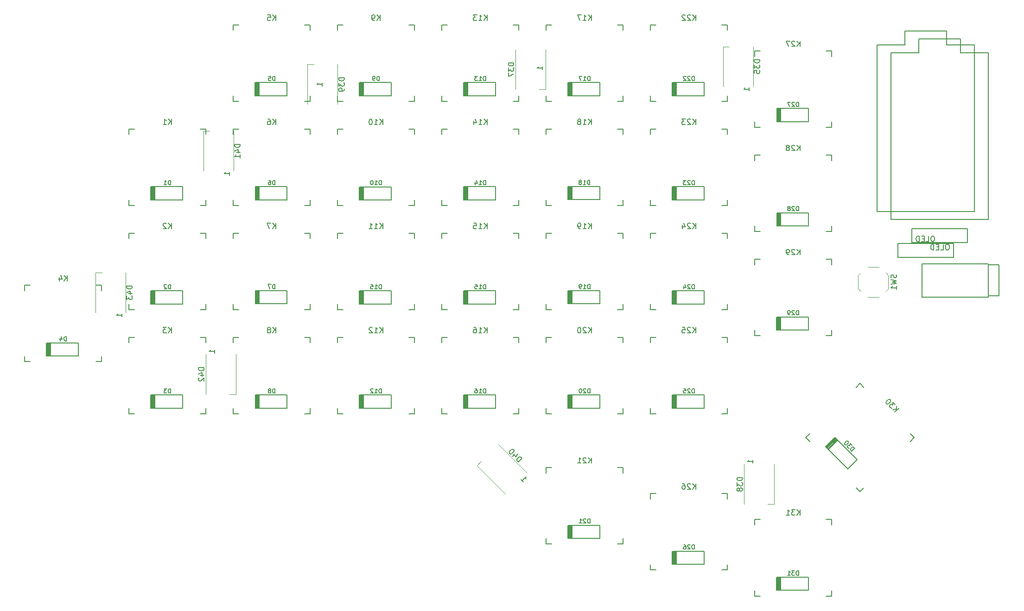
<source format=gbo>
%TF.GenerationSoftware,KiCad,Pcbnew,5.1.9*%
%TF.CreationDate,2021-04-06T00:25:38+02:00*%
%TF.ProjectId,splitkeeb - pro micros,73706c69-746b-4656-9562-202d2070726f,rev?*%
%TF.SameCoordinates,Original*%
%TF.FileFunction,Legend,Bot*%
%TF.FilePolarity,Positive*%
%FSLAX46Y46*%
G04 Gerber Fmt 4.6, Leading zero omitted, Abs format (unit mm)*
G04 Created by KiCad (PCBNEW 5.1.9) date 2021-04-06 00:25:38*
%MOMM*%
%LPD*%
G01*
G04 APERTURE LIST*
%ADD10C,0.200000*%
%ADD11C,0.150000*%
%ADD12C,0.120000*%
G04 APERTURE END LIST*
D10*
%TO.C,D28*%
X193194420Y-77238640D02*
X187394420Y-77238640D01*
X193194420Y-79638640D02*
X193194420Y-77238640D01*
X187394420Y-79638640D02*
X193194420Y-79638640D01*
X187469420Y-79638640D02*
X187469420Y-77238640D01*
X187594420Y-79638640D02*
X187594420Y-77238640D01*
X187369420Y-77238640D02*
X187369420Y-79638640D01*
X187769420Y-79638640D02*
X187769420Y-77238640D01*
X187944420Y-79638640D02*
X187944420Y-77238640D01*
X188119420Y-79638640D02*
X188119420Y-77238640D01*
%TO.C,D6*%
X92869420Y-74881140D02*
X92869420Y-72481140D01*
X92694420Y-74881140D02*
X92694420Y-72481140D01*
X92519420Y-74881140D02*
X92519420Y-72481140D01*
X92119420Y-72481140D02*
X92119420Y-74881140D01*
X92344420Y-74881140D02*
X92344420Y-72481140D01*
X92219420Y-74881140D02*
X92219420Y-72481140D01*
X92144420Y-74881140D02*
X97944420Y-74881140D01*
X97944420Y-74881140D02*
X97944420Y-72481140D01*
X97944420Y-72481140D02*
X92144420Y-72481140D01*
%TO.C,D29*%
X188099420Y-98688640D02*
X188099420Y-96288640D01*
X187924420Y-98688640D02*
X187924420Y-96288640D01*
X187749420Y-98688640D02*
X187749420Y-96288640D01*
X187349420Y-96288640D02*
X187349420Y-98688640D01*
X187574420Y-98688640D02*
X187574420Y-96288640D01*
X187449420Y-98688640D02*
X187449420Y-96288640D01*
X187374420Y-98688640D02*
X193174420Y-98688640D01*
X193174420Y-98688640D02*
X193174420Y-96288640D01*
X193174420Y-96288640D02*
X187374420Y-96288640D01*
D11*
%TO.C,K26*%
X164334420Y-128588640D02*
X165334420Y-128588640D01*
X177334420Y-128588640D02*
X178334420Y-128588640D01*
X178334420Y-128588640D02*
X178334420Y-129588640D01*
X178334420Y-142588640D02*
X177334420Y-142588640D01*
X178334420Y-141588640D02*
X178334420Y-142588640D01*
X165334420Y-142588640D02*
X164334420Y-142588640D01*
X164334420Y-142588640D02*
X164334420Y-141588640D01*
X164334420Y-129588640D02*
X164334420Y-128588640D01*
D10*
%TO.C,D1*%
X78884420Y-72481140D02*
X73084420Y-72481140D01*
X78884420Y-74881140D02*
X78884420Y-72481140D01*
X73084420Y-74881140D02*
X78884420Y-74881140D01*
X73159420Y-74881140D02*
X73159420Y-72481140D01*
X73284420Y-74881140D02*
X73284420Y-72481140D01*
X73059420Y-72481140D02*
X73059420Y-74881140D01*
X73459420Y-74881140D02*
X73459420Y-72481140D01*
X73634420Y-74881140D02*
X73634420Y-72481140D01*
X73809420Y-74881140D02*
X73809420Y-72481140D01*
%TO.C,D9*%
X116984420Y-53421140D02*
X111184420Y-53421140D01*
X116984420Y-55821140D02*
X116984420Y-53421140D01*
X111184420Y-55821140D02*
X116984420Y-55821140D01*
X111259420Y-55821140D02*
X111259420Y-53421140D01*
X111384420Y-55821140D02*
X111384420Y-53421140D01*
X111159420Y-53421140D02*
X111159420Y-55821140D01*
X111559420Y-55821140D02*
X111559420Y-53421140D01*
X111734420Y-55821140D02*
X111734420Y-53421140D01*
X111909420Y-55821140D02*
X111909420Y-53421140D01*
%TO.C,D24*%
X174134420Y-91531140D02*
X168334420Y-91531140D01*
X174134420Y-93931140D02*
X174134420Y-91531140D01*
X168334420Y-93931140D02*
X174134420Y-93931140D01*
X168409420Y-93931140D02*
X168409420Y-91531140D01*
X168534420Y-93931140D02*
X168534420Y-91531140D01*
X168309420Y-91531140D02*
X168309420Y-93931140D01*
X168709420Y-93931140D02*
X168709420Y-91531140D01*
X168884420Y-93931140D02*
X168884420Y-91531140D01*
X169059420Y-93931140D02*
X169059420Y-91531140D01*
%TO.C,D15*%
X130959420Y-93918640D02*
X130959420Y-91518640D01*
X130784420Y-93918640D02*
X130784420Y-91518640D01*
X130609420Y-93918640D02*
X130609420Y-91518640D01*
X130209420Y-91518640D02*
X130209420Y-93918640D01*
X130434420Y-93918640D02*
X130434420Y-91518640D01*
X130309420Y-93918640D02*
X130309420Y-91518640D01*
X130234420Y-93918640D02*
X136034420Y-93918640D01*
X136034420Y-93918640D02*
X136034420Y-91518640D01*
X136034420Y-91518640D02*
X130234420Y-91518640D01*
D11*
%TO.C,K1*%
X69084420Y-62913640D02*
X69084420Y-61913640D01*
X69084420Y-75913640D02*
X69084420Y-74913640D01*
X70084420Y-75913640D02*
X69084420Y-75913640D01*
X83084420Y-74913640D02*
X83084420Y-75913640D01*
X83084420Y-75913640D02*
X82084420Y-75913640D01*
X83084420Y-61913640D02*
X83084420Y-62913640D01*
X82084420Y-61913640D02*
X83084420Y-61913640D01*
X69084420Y-61913640D02*
X70084420Y-61913640D01*
D10*
%TO.C,D13*%
X136034420Y-53421140D02*
X130234420Y-53421140D01*
X136034420Y-55821140D02*
X136034420Y-53421140D01*
X130234420Y-55821140D02*
X136034420Y-55821140D01*
X130309420Y-55821140D02*
X130309420Y-53421140D01*
X130434420Y-55821140D02*
X130434420Y-53421140D01*
X130209420Y-53421140D02*
X130209420Y-55821140D01*
X130609420Y-55821140D02*
X130609420Y-53421140D01*
X130784420Y-55821140D02*
X130784420Y-53421140D01*
X130959420Y-55821140D02*
X130959420Y-53421140D01*
%TO.C,D19*%
X155084420Y-91511140D02*
X149284420Y-91511140D01*
X155084420Y-93911140D02*
X155084420Y-91511140D01*
X149284420Y-93911140D02*
X155084420Y-93911140D01*
X149359420Y-93911140D02*
X149359420Y-91511140D01*
X149484420Y-93911140D02*
X149484420Y-91511140D01*
X149259420Y-91511140D02*
X149259420Y-93911140D01*
X149659420Y-93911140D02*
X149659420Y-91511140D01*
X149834420Y-93911140D02*
X149834420Y-91511140D01*
X150009420Y-93911140D02*
X150009420Y-91511140D01*
%TO.C,D7*%
X97944420Y-91511140D02*
X92144420Y-91511140D01*
X97944420Y-93911140D02*
X97944420Y-91511140D01*
X92144420Y-93911140D02*
X97944420Y-93911140D01*
X92219420Y-93911140D02*
X92219420Y-91511140D01*
X92344420Y-93911140D02*
X92344420Y-91511140D01*
X92119420Y-91511140D02*
X92119420Y-93911140D01*
X92519420Y-93911140D02*
X92519420Y-91511140D01*
X92694420Y-93911140D02*
X92694420Y-91511140D01*
X92869420Y-93911140D02*
X92869420Y-91511140D01*
%TO.C,D2*%
X73809420Y-93921140D02*
X73809420Y-91521140D01*
X73634420Y-93921140D02*
X73634420Y-91521140D01*
X73459420Y-93921140D02*
X73459420Y-91521140D01*
X73059420Y-91521140D02*
X73059420Y-93921140D01*
X73284420Y-93921140D02*
X73284420Y-91521140D01*
X73159420Y-93921140D02*
X73159420Y-91521140D01*
X73084420Y-93921140D02*
X78884420Y-93921140D01*
X78884420Y-93921140D02*
X78884420Y-91521140D01*
X78884420Y-91521140D02*
X73084420Y-91521140D01*
D12*
%TO.C,D39*%
X101674420Y-50108640D02*
X102824420Y-50108640D01*
X101674420Y-57408640D02*
X101674420Y-50108640D01*
X107174420Y-57408640D02*
X107174420Y-50108640D01*
D11*
%TO.C,K2*%
X69084420Y-81963640D02*
X69084420Y-80963640D01*
X69084420Y-94963640D02*
X69084420Y-93963640D01*
X70084420Y-94963640D02*
X69084420Y-94963640D01*
X83084420Y-93963640D02*
X83084420Y-94963640D01*
X83084420Y-94963640D02*
X82084420Y-94963640D01*
X83084420Y-80963640D02*
X83084420Y-81963640D01*
X82084420Y-80963640D02*
X83084420Y-80963640D01*
X69084420Y-80963640D02*
X70084420Y-80963640D01*
D10*
%TO.C,D10*%
X111909420Y-74891140D02*
X111909420Y-72491140D01*
X111734420Y-74891140D02*
X111734420Y-72491140D01*
X111559420Y-74891140D02*
X111559420Y-72491140D01*
X111159420Y-72491140D02*
X111159420Y-74891140D01*
X111384420Y-74891140D02*
X111384420Y-72491140D01*
X111259420Y-74891140D02*
X111259420Y-72491140D01*
X111184420Y-74891140D02*
X116984420Y-74891140D01*
X116984420Y-74891140D02*
X116984420Y-72491140D01*
X116984420Y-72491140D02*
X111184420Y-72491140D01*
%TO.C,D14*%
X130959420Y-74881140D02*
X130959420Y-72481140D01*
X130784420Y-74881140D02*
X130784420Y-72481140D01*
X130609420Y-74881140D02*
X130609420Y-72481140D01*
X130209420Y-72481140D02*
X130209420Y-74881140D01*
X130434420Y-74881140D02*
X130434420Y-72481140D01*
X130309420Y-74881140D02*
X130309420Y-72481140D01*
X130234420Y-74881140D02*
X136034420Y-74881140D01*
X136034420Y-74881140D02*
X136034420Y-72481140D01*
X136034420Y-72481140D02*
X130234420Y-72481140D01*
D11*
%TO.C,K3*%
X69084420Y-100013640D02*
X70084420Y-100013640D01*
X82084420Y-100013640D02*
X83084420Y-100013640D01*
X83084420Y-100013640D02*
X83084420Y-101013640D01*
X83084420Y-114013640D02*
X82084420Y-114013640D01*
X83084420Y-113013640D02*
X83084420Y-114013640D01*
X70084420Y-114013640D02*
X69084420Y-114013640D01*
X69084420Y-114013640D02*
X69084420Y-113013640D01*
X69084420Y-101013640D02*
X69084420Y-100013640D01*
%TO.C,K11*%
X107184420Y-81963640D02*
X107184420Y-80963640D01*
X107184420Y-94963640D02*
X107184420Y-93963640D01*
X108184420Y-94963640D02*
X107184420Y-94963640D01*
X121184420Y-93963640D02*
X121184420Y-94963640D01*
X121184420Y-94963640D02*
X120184420Y-94963640D01*
X121184420Y-80963640D02*
X121184420Y-81963640D01*
X120184420Y-80963640D02*
X121184420Y-80963640D01*
X107184420Y-80963640D02*
X108184420Y-80963640D01*
%TO.C,U1*%
X223444420Y-46498640D02*
X223444420Y-76978640D01*
X218364420Y-46498640D02*
X223444420Y-46498640D01*
X218364420Y-43958640D02*
X218364420Y-46498640D01*
X210744420Y-43958640D02*
X218364420Y-43958640D01*
X210744420Y-46498640D02*
X210744420Y-43958640D01*
X205664420Y-46498640D02*
X210744420Y-46498640D01*
X205664420Y-76978640D02*
X205664420Y-46498640D01*
X223444420Y-76978640D02*
X205664420Y-76978640D01*
D10*
%TO.C,D22*%
X174134420Y-53421140D02*
X168334420Y-53421140D01*
X174134420Y-55821140D02*
X174134420Y-53421140D01*
X168334420Y-55821140D02*
X174134420Y-55821140D01*
X168409420Y-55821140D02*
X168409420Y-53421140D01*
X168534420Y-55821140D02*
X168534420Y-53421140D01*
X168309420Y-53421140D02*
X168309420Y-55821140D01*
X168709420Y-55821140D02*
X168709420Y-53421140D01*
X168884420Y-55821140D02*
X168884420Y-53421140D01*
X169059420Y-55821140D02*
X169059420Y-53421140D01*
%TO.C,D15*%
X111909420Y-93928640D02*
X111909420Y-91528640D01*
X111734420Y-93928640D02*
X111734420Y-91528640D01*
X111559420Y-93928640D02*
X111559420Y-91528640D01*
X111159420Y-91528640D02*
X111159420Y-93928640D01*
X111384420Y-93928640D02*
X111384420Y-91528640D01*
X111259420Y-93928640D02*
X111259420Y-91528640D01*
X111184420Y-93928640D02*
X116984420Y-93928640D01*
X116984420Y-93928640D02*
X116984420Y-91528640D01*
X116984420Y-91528640D02*
X111184420Y-91528640D01*
%TO.C,D23*%
X169059420Y-74881140D02*
X169059420Y-72481140D01*
X168884420Y-74881140D02*
X168884420Y-72481140D01*
X168709420Y-74881140D02*
X168709420Y-72481140D01*
X168309420Y-72481140D02*
X168309420Y-74881140D01*
X168534420Y-74881140D02*
X168534420Y-72481140D01*
X168409420Y-74881140D02*
X168409420Y-72481140D01*
X168334420Y-74881140D02*
X174134420Y-74881140D01*
X174134420Y-74881140D02*
X174134420Y-72481140D01*
X174134420Y-72481140D02*
X168334420Y-72481140D01*
%TO.C,D21*%
X150009420Y-136788640D02*
X150009420Y-134388640D01*
X149834420Y-136788640D02*
X149834420Y-134388640D01*
X149659420Y-136788640D02*
X149659420Y-134388640D01*
X149259420Y-134388640D02*
X149259420Y-136788640D01*
X149484420Y-136788640D02*
X149484420Y-134388640D01*
X149359420Y-136788640D02*
X149359420Y-134388640D01*
X149284420Y-136788640D02*
X155084420Y-136788640D01*
X155084420Y-136788640D02*
X155084420Y-134388640D01*
X155084420Y-134388640D02*
X149284420Y-134388640D01*
%TO.C,D3*%
X73809420Y-112978640D02*
X73809420Y-110578640D01*
X73634420Y-112978640D02*
X73634420Y-110578640D01*
X73459420Y-112978640D02*
X73459420Y-110578640D01*
X73059420Y-110578640D02*
X73059420Y-112978640D01*
X73284420Y-112978640D02*
X73284420Y-110578640D01*
X73159420Y-112978640D02*
X73159420Y-110578640D01*
X73084420Y-112978640D02*
X78884420Y-112978640D01*
X78884420Y-112978640D02*
X78884420Y-110578640D01*
X78884420Y-110578640D02*
X73084420Y-110578640D01*
%TO.C,D8*%
X97944420Y-110578640D02*
X92144420Y-110578640D01*
X97944420Y-112978640D02*
X97944420Y-110578640D01*
X92144420Y-112978640D02*
X97944420Y-112978640D01*
X92219420Y-112978640D02*
X92219420Y-110578640D01*
X92344420Y-112978640D02*
X92344420Y-110578640D01*
X92119420Y-110578640D02*
X92119420Y-112978640D01*
X92519420Y-112978640D02*
X92519420Y-110578640D01*
X92694420Y-112978640D02*
X92694420Y-110578640D01*
X92869420Y-112978640D02*
X92869420Y-110578640D01*
%TO.C,D5*%
X92859420Y-55831140D02*
X92859420Y-53431140D01*
X92684420Y-55831140D02*
X92684420Y-53431140D01*
X92509420Y-55831140D02*
X92509420Y-53431140D01*
X92109420Y-53431140D02*
X92109420Y-55831140D01*
X92334420Y-55831140D02*
X92334420Y-53431140D01*
X92209420Y-55831140D02*
X92209420Y-53431140D01*
X92134420Y-55831140D02*
X97934420Y-55831140D01*
X97934420Y-55831140D02*
X97934420Y-53431140D01*
X97934420Y-53431140D02*
X92134420Y-53431140D01*
D11*
%TO.C,U2*%
X226004420Y-86548640D02*
X226004420Y-92648640D01*
X213904420Y-86548640D02*
X213904420Y-92648640D01*
X226004420Y-86548640D02*
X213904420Y-86548640D01*
X226004420Y-92648640D02*
X213904420Y-92648640D01*
X226004420Y-86798640D02*
X228004420Y-86798640D01*
X226004420Y-92398640D02*
X228004420Y-92398640D01*
X228004420Y-86798640D02*
X228004420Y-92398640D01*
D12*
%TO.C,SW1*%
X207764420Y-91168640D02*
X207764420Y-88668640D01*
X206014420Y-92668640D02*
X204014420Y-92668640D01*
X202264420Y-91168640D02*
X202264420Y-88668640D01*
X206014420Y-87168640D02*
X204014420Y-87168640D01*
X207314420Y-91618640D02*
X207764420Y-91168640D01*
X207314420Y-88218640D02*
X207764420Y-88668640D01*
X202714420Y-88218640D02*
X202264420Y-88668640D01*
X202714420Y-91618640D02*
X202264420Y-91168640D01*
D11*
%TO.C,U1*%
X208224420Y-78438640D02*
X226004420Y-78438640D01*
X208224420Y-47958640D02*
X208224420Y-78438640D01*
X213304420Y-47958640D02*
X208224420Y-47958640D01*
X213304420Y-45418640D02*
X213304420Y-47958640D01*
X220924420Y-45418640D02*
X213304420Y-45418640D01*
X220924420Y-47958640D02*
X220924420Y-45418640D01*
X226004420Y-47958640D02*
X220924420Y-47958640D01*
X226004420Y-47958640D02*
X226004420Y-78438640D01*
D10*
%TO.C,D18*%
X149984420Y-74848640D02*
X149984420Y-72448640D01*
X149809420Y-74848640D02*
X149809420Y-72448640D01*
X149634420Y-74848640D02*
X149634420Y-72448640D01*
X149234420Y-72448640D02*
X149234420Y-74848640D01*
X149459420Y-74848640D02*
X149459420Y-72448640D01*
X149334420Y-74848640D02*
X149334420Y-72448640D01*
X149259420Y-74848640D02*
X155059420Y-74848640D01*
X155059420Y-74848640D02*
X155059420Y-72448640D01*
X155059420Y-72448640D02*
X149259420Y-72448640D01*
D12*
%TO.C,D35*%
X177564420Y-46838640D02*
X178714420Y-46838640D01*
X177564420Y-54138640D02*
X177564420Y-46838640D01*
X183064420Y-54138640D02*
X183064420Y-46838640D01*
%TO.C,D37*%
X139654420Y-47368640D02*
X139654420Y-54668640D01*
X145154420Y-47368640D02*
X145154420Y-54668640D01*
X145154420Y-54668640D02*
X144004420Y-54668640D01*
%TO.C,D38*%
X181404420Y-123238640D02*
X181404420Y-130538640D01*
X186904420Y-123238640D02*
X186904420Y-130538640D01*
X186904420Y-130538640D02*
X185754420Y-130538640D01*
%TO.C,D40*%
X132598937Y-123502244D02*
X133412109Y-122689071D01*
X137760816Y-128664123D02*
X132598937Y-123502244D01*
X141649903Y-124775036D02*
X136488024Y-119613157D01*
%TO.C,D41*%
X88154420Y-69588640D02*
X88154420Y-62288640D01*
X82654420Y-69588640D02*
X82654420Y-62288640D01*
X82654420Y-62288640D02*
X83804420Y-62288640D01*
%TO.C,D42*%
X83074420Y-103128640D02*
X83074420Y-110428640D01*
X88574420Y-103128640D02*
X88574420Y-110428640D01*
X88574420Y-110428640D02*
X87424420Y-110428640D01*
%TO.C,D43*%
X62944420Y-88178640D02*
X64094420Y-88178640D01*
X62944420Y-95478640D02*
X62944420Y-88178640D01*
X68444420Y-95478640D02*
X68444420Y-88178640D01*
D11*
%TO.C,K4*%
X50034420Y-90488640D02*
X51034420Y-90488640D01*
X63034420Y-90488640D02*
X64034420Y-90488640D01*
X64034420Y-90488640D02*
X64034420Y-91488640D01*
X64034420Y-104488640D02*
X63034420Y-104488640D01*
X64034420Y-103488640D02*
X64034420Y-104488640D01*
X51034420Y-104488640D02*
X50034420Y-104488640D01*
X50034420Y-104488640D02*
X50034420Y-103488640D01*
X50034420Y-91488640D02*
X50034420Y-90488640D01*
%TO.C,K5*%
X88134420Y-43863640D02*
X88134420Y-42863640D01*
X88134420Y-56863640D02*
X88134420Y-55863640D01*
X89134420Y-56863640D02*
X88134420Y-56863640D01*
X102134420Y-55863640D02*
X102134420Y-56863640D01*
X102134420Y-56863640D02*
X101134420Y-56863640D01*
X102134420Y-42863640D02*
X102134420Y-43863640D01*
X101134420Y-42863640D02*
X102134420Y-42863640D01*
X88134420Y-42863640D02*
X89134420Y-42863640D01*
%TO.C,K6*%
X88134420Y-62913640D02*
X88134420Y-61913640D01*
X88134420Y-75913640D02*
X88134420Y-74913640D01*
X89134420Y-75913640D02*
X88134420Y-75913640D01*
X102134420Y-74913640D02*
X102134420Y-75913640D01*
X102134420Y-75913640D02*
X101134420Y-75913640D01*
X102134420Y-61913640D02*
X102134420Y-62913640D01*
X101134420Y-61913640D02*
X102134420Y-61913640D01*
X88134420Y-61913640D02*
X89134420Y-61913640D01*
%TO.C,K7*%
X88134420Y-81963640D02*
X88134420Y-80963640D01*
X88134420Y-94963640D02*
X88134420Y-93963640D01*
X89134420Y-94963640D02*
X88134420Y-94963640D01*
X102134420Y-93963640D02*
X102134420Y-94963640D01*
X102134420Y-94963640D02*
X101134420Y-94963640D01*
X102134420Y-80963640D02*
X102134420Y-81963640D01*
X101134420Y-80963640D02*
X102134420Y-80963640D01*
X88134420Y-80963640D02*
X89134420Y-80963640D01*
%TO.C,K8*%
X88134420Y-100013640D02*
X89134420Y-100013640D01*
X101134420Y-100013640D02*
X102134420Y-100013640D01*
X102134420Y-100013640D02*
X102134420Y-101013640D01*
X102134420Y-114013640D02*
X101134420Y-114013640D01*
X102134420Y-113013640D02*
X102134420Y-114013640D01*
X89134420Y-114013640D02*
X88134420Y-114013640D01*
X88134420Y-114013640D02*
X88134420Y-113013640D01*
X88134420Y-101013640D02*
X88134420Y-100013640D01*
%TO.C,K9*%
X107184420Y-42863640D02*
X108184420Y-42863640D01*
X120184420Y-42863640D02*
X121184420Y-42863640D01*
X121184420Y-42863640D02*
X121184420Y-43863640D01*
X121184420Y-56863640D02*
X120184420Y-56863640D01*
X121184420Y-55863640D02*
X121184420Y-56863640D01*
X108184420Y-56863640D02*
X107184420Y-56863640D01*
X107184420Y-56863640D02*
X107184420Y-55863640D01*
X107184420Y-43863640D02*
X107184420Y-42863640D01*
%TO.C,K10*%
X107184420Y-61913640D02*
X108184420Y-61913640D01*
X120184420Y-61913640D02*
X121184420Y-61913640D01*
X121184420Y-61913640D02*
X121184420Y-62913640D01*
X121184420Y-75913640D02*
X120184420Y-75913640D01*
X121184420Y-74913640D02*
X121184420Y-75913640D01*
X108184420Y-75913640D02*
X107184420Y-75913640D01*
X107184420Y-75913640D02*
X107184420Y-74913640D01*
X107184420Y-62913640D02*
X107184420Y-61913640D01*
D10*
%TO.C,D17*%
X155084420Y-53421140D02*
X149284420Y-53421140D01*
X155084420Y-55821140D02*
X155084420Y-53421140D01*
X149284420Y-55821140D02*
X155084420Y-55821140D01*
X149359420Y-55821140D02*
X149359420Y-53421140D01*
X149484420Y-55821140D02*
X149484420Y-53421140D01*
X149259420Y-53421140D02*
X149259420Y-55821140D01*
X149659420Y-55821140D02*
X149659420Y-53421140D01*
X149834420Y-55821140D02*
X149834420Y-53421140D01*
X150009420Y-55821140D02*
X150009420Y-53421140D01*
D11*
%TO.C,K22*%
X164334420Y-43863640D02*
X164334420Y-42863640D01*
X164334420Y-56863640D02*
X164334420Y-55863640D01*
X165334420Y-56863640D02*
X164334420Y-56863640D01*
X178334420Y-55863640D02*
X178334420Y-56863640D01*
X178334420Y-56863640D02*
X177334420Y-56863640D01*
X178334420Y-42863640D02*
X178334420Y-43863640D01*
X177334420Y-42863640D02*
X178334420Y-42863640D01*
X164334420Y-42863640D02*
X165334420Y-42863640D01*
%TO.C,Brd1*%
X222194420Y-80188640D02*
X222194420Y-82728640D01*
X212034420Y-80188640D02*
X222194420Y-80188640D01*
X212034420Y-82728640D02*
X212034420Y-80188640D01*
X222194420Y-82728640D02*
X212034420Y-82728640D01*
D10*
%TO.C,D27*%
X188119420Y-60578640D02*
X188119420Y-58178640D01*
X187944420Y-60578640D02*
X187944420Y-58178640D01*
X187769420Y-60578640D02*
X187769420Y-58178640D01*
X187369420Y-58178640D02*
X187369420Y-60578640D01*
X187594420Y-60578640D02*
X187594420Y-58178640D01*
X187469420Y-60578640D02*
X187469420Y-58178640D01*
X187394420Y-60578640D02*
X193194420Y-60578640D01*
X193194420Y-60578640D02*
X193194420Y-58178640D01*
X193194420Y-58178640D02*
X187394420Y-58178640D01*
%TO.C,D20*%
X155084420Y-110581140D02*
X149284420Y-110581140D01*
X155084420Y-112981140D02*
X155084420Y-110581140D01*
X149284420Y-112981140D02*
X155084420Y-112981140D01*
X149359420Y-112981140D02*
X149359420Y-110581140D01*
X149484420Y-112981140D02*
X149484420Y-110581140D01*
X149259420Y-110581140D02*
X149259420Y-112981140D01*
X149659420Y-112981140D02*
X149659420Y-110581140D01*
X149834420Y-112981140D02*
X149834420Y-110581140D01*
X150009420Y-112981140D02*
X150009420Y-110581140D01*
%TO.C,D25*%
X169059420Y-112978640D02*
X169059420Y-110578640D01*
X168884420Y-112978640D02*
X168884420Y-110578640D01*
X168709420Y-112978640D02*
X168709420Y-110578640D01*
X168309420Y-110578640D02*
X168309420Y-112978640D01*
X168534420Y-112978640D02*
X168534420Y-110578640D01*
X168409420Y-112978640D02*
X168409420Y-110578640D01*
X168334420Y-112978640D02*
X174134420Y-112978640D01*
X174134420Y-112978640D02*
X174134420Y-110578640D01*
X174134420Y-110578640D02*
X168334420Y-110578640D01*
%TO.C,D16*%
X136034420Y-110581140D02*
X130234420Y-110581140D01*
X136034420Y-112981140D02*
X136034420Y-110581140D01*
X130234420Y-112981140D02*
X136034420Y-112981140D01*
X130309420Y-112981140D02*
X130309420Y-110581140D01*
X130434420Y-112981140D02*
X130434420Y-110581140D01*
X130209420Y-110581140D02*
X130209420Y-112981140D01*
X130609420Y-112981140D02*
X130609420Y-110581140D01*
X130784420Y-112981140D02*
X130784420Y-110581140D01*
X130959420Y-112981140D02*
X130959420Y-110581140D01*
%TO.C,D4*%
X54759420Y-103448640D02*
X54759420Y-101048640D01*
X54584420Y-103448640D02*
X54584420Y-101048640D01*
X54409420Y-103448640D02*
X54409420Y-101048640D01*
X54009420Y-101048640D02*
X54009420Y-103448640D01*
X54234420Y-103448640D02*
X54234420Y-101048640D01*
X54109420Y-103448640D02*
X54109420Y-101048640D01*
X54034420Y-103448640D02*
X59834420Y-103448640D01*
X59834420Y-103448640D02*
X59834420Y-101048640D01*
X59834420Y-101048640D02*
X54034420Y-101048640D01*
%TO.C,D12*%
X116984420Y-110578640D02*
X111184420Y-110578640D01*
X116984420Y-112978640D02*
X116984420Y-110578640D01*
X111184420Y-112978640D02*
X116984420Y-112978640D01*
X111259420Y-112978640D02*
X111259420Y-110578640D01*
X111384420Y-112978640D02*
X111384420Y-110578640D01*
X111159420Y-110578640D02*
X111159420Y-112978640D01*
X111559420Y-112978640D02*
X111559420Y-110578640D01*
X111734420Y-112978640D02*
X111734420Y-110578640D01*
X111909420Y-112978640D02*
X111909420Y-110578640D01*
%TO.C,D31*%
X193184420Y-143913640D02*
X187384420Y-143913640D01*
X193184420Y-146313640D02*
X193184420Y-143913640D01*
X187384420Y-146313640D02*
X193184420Y-146313640D01*
X187459420Y-146313640D02*
X187459420Y-143913640D01*
X187584420Y-146313640D02*
X187584420Y-143913640D01*
X187359420Y-143913640D02*
X187359420Y-146313640D01*
X187759420Y-146313640D02*
X187759420Y-143913640D01*
X187934420Y-146313640D02*
X187934420Y-143913640D01*
X188109420Y-146313640D02*
X188109420Y-143913640D01*
%TO.C,D30*%
X202095347Y-122430011D02*
X197994128Y-118328792D01*
X200398291Y-124127067D02*
X202095347Y-122430011D01*
X196297072Y-120025848D02*
X200398291Y-124127067D01*
X196350105Y-120078881D02*
X198047161Y-118381825D01*
X196438493Y-120167269D02*
X198135549Y-118470213D01*
X197976450Y-118311114D02*
X196279394Y-120008170D01*
X196562237Y-120291013D02*
X198259293Y-118593957D01*
X196685980Y-120414757D02*
X198383037Y-118717700D01*
X196809724Y-120538500D02*
X198506780Y-118841444D01*
%TO.C,D26*%
X174134420Y-139146140D02*
X168334420Y-139146140D01*
X174134420Y-141546140D02*
X174134420Y-139146140D01*
X168334420Y-141546140D02*
X174134420Y-141546140D01*
X168409420Y-141546140D02*
X168409420Y-139146140D01*
X168534420Y-141546140D02*
X168534420Y-139146140D01*
X168309420Y-139146140D02*
X168309420Y-141546140D01*
X168709420Y-141546140D02*
X168709420Y-139146140D01*
X168884420Y-141546140D02*
X168884420Y-139146140D01*
X169059420Y-141546140D02*
X169059420Y-139146140D01*
D11*
%TO.C,K12*%
X107184420Y-101013640D02*
X107184420Y-100013640D01*
X107184420Y-114013640D02*
X107184420Y-113013640D01*
X108184420Y-114013640D02*
X107184420Y-114013640D01*
X121184420Y-113013640D02*
X121184420Y-114013640D01*
X121184420Y-114013640D02*
X120184420Y-114013640D01*
X121184420Y-100013640D02*
X121184420Y-101013640D01*
X120184420Y-100013640D02*
X121184420Y-100013640D01*
X107184420Y-100013640D02*
X108184420Y-100013640D01*
%TO.C,K13*%
X126234420Y-42863640D02*
X127234420Y-42863640D01*
X139234420Y-42863640D02*
X140234420Y-42863640D01*
X140234420Y-42863640D02*
X140234420Y-43863640D01*
X140234420Y-56863640D02*
X139234420Y-56863640D01*
X140234420Y-55863640D02*
X140234420Y-56863640D01*
X127234420Y-56863640D02*
X126234420Y-56863640D01*
X126234420Y-56863640D02*
X126234420Y-55863640D01*
X126234420Y-43863640D02*
X126234420Y-42863640D01*
%TO.C,K14*%
X126234420Y-61913640D02*
X127234420Y-61913640D01*
X139234420Y-61913640D02*
X140234420Y-61913640D01*
X140234420Y-61913640D02*
X140234420Y-62913640D01*
X140234420Y-75913640D02*
X139234420Y-75913640D01*
X140234420Y-74913640D02*
X140234420Y-75913640D01*
X127234420Y-75913640D02*
X126234420Y-75913640D01*
X126234420Y-75913640D02*
X126234420Y-74913640D01*
X126234420Y-62913640D02*
X126234420Y-61913640D01*
%TO.C,K15*%
X126234420Y-80963640D02*
X127234420Y-80963640D01*
X139234420Y-80963640D02*
X140234420Y-80963640D01*
X140234420Y-80963640D02*
X140234420Y-81963640D01*
X140234420Y-94963640D02*
X139234420Y-94963640D01*
X140234420Y-93963640D02*
X140234420Y-94963640D01*
X127234420Y-94963640D02*
X126234420Y-94963640D01*
X126234420Y-94963640D02*
X126234420Y-93963640D01*
X126234420Y-81963640D02*
X126234420Y-80963640D01*
%TO.C,K16*%
X126234420Y-101013640D02*
X126234420Y-100013640D01*
X126234420Y-114013640D02*
X126234420Y-113013640D01*
X127234420Y-114013640D02*
X126234420Y-114013640D01*
X140234420Y-113013640D02*
X140234420Y-114013640D01*
X140234420Y-114013640D02*
X139234420Y-114013640D01*
X140234420Y-100013640D02*
X140234420Y-101013640D01*
X139234420Y-100013640D02*
X140234420Y-100013640D01*
X126234420Y-100013640D02*
X127234420Y-100013640D01*
%TO.C,K17*%
X145284420Y-42863640D02*
X146284420Y-42863640D01*
X158284420Y-42863640D02*
X159284420Y-42863640D01*
X159284420Y-42863640D02*
X159284420Y-43863640D01*
X159284420Y-56863640D02*
X158284420Y-56863640D01*
X159284420Y-55863640D02*
X159284420Y-56863640D01*
X146284420Y-56863640D02*
X145284420Y-56863640D01*
X145284420Y-56863640D02*
X145284420Y-55863640D01*
X145284420Y-43863640D02*
X145284420Y-42863640D01*
%TO.C,K18*%
X145284420Y-61913640D02*
X146284420Y-61913640D01*
X158284420Y-61913640D02*
X159284420Y-61913640D01*
X159284420Y-61913640D02*
X159284420Y-62913640D01*
X159284420Y-75913640D02*
X158284420Y-75913640D01*
X159284420Y-74913640D02*
X159284420Y-75913640D01*
X146284420Y-75913640D02*
X145284420Y-75913640D01*
X145284420Y-75913640D02*
X145284420Y-74913640D01*
X145284420Y-62913640D02*
X145284420Y-61913640D01*
%TO.C,K19*%
X145284420Y-81963640D02*
X145284420Y-80963640D01*
X145284420Y-94963640D02*
X145284420Y-93963640D01*
X146284420Y-94963640D02*
X145284420Y-94963640D01*
X159284420Y-93963640D02*
X159284420Y-94963640D01*
X159284420Y-94963640D02*
X158284420Y-94963640D01*
X159284420Y-80963640D02*
X159284420Y-81963640D01*
X158284420Y-80963640D02*
X159284420Y-80963640D01*
X145284420Y-80963640D02*
X146284420Y-80963640D01*
%TO.C,K20*%
X145284420Y-101013640D02*
X145284420Y-100013640D01*
X145284420Y-114013640D02*
X145284420Y-113013640D01*
X146284420Y-114013640D02*
X145284420Y-114013640D01*
X159284420Y-113013640D02*
X159284420Y-114013640D01*
X159284420Y-114013640D02*
X158284420Y-114013640D01*
X159284420Y-100013640D02*
X159284420Y-101013640D01*
X158284420Y-100013640D02*
X159284420Y-100013640D01*
X145284420Y-100013640D02*
X146284420Y-100013640D01*
%TO.C,K21*%
X145284420Y-123826140D02*
X146284420Y-123826140D01*
X158284420Y-123826140D02*
X159284420Y-123826140D01*
X159284420Y-123826140D02*
X159284420Y-124826140D01*
X159284420Y-137826140D02*
X158284420Y-137826140D01*
X159284420Y-136826140D02*
X159284420Y-137826140D01*
X146284420Y-137826140D02*
X145284420Y-137826140D01*
X145284420Y-137826140D02*
X145284420Y-136826140D01*
X145284420Y-124826140D02*
X145284420Y-123826140D01*
%TO.C,K23*%
X164334420Y-61913640D02*
X165334420Y-61913640D01*
X177334420Y-61913640D02*
X178334420Y-61913640D01*
X178334420Y-61913640D02*
X178334420Y-62913640D01*
X178334420Y-75913640D02*
X177334420Y-75913640D01*
X178334420Y-74913640D02*
X178334420Y-75913640D01*
X165334420Y-75913640D02*
X164334420Y-75913640D01*
X164334420Y-75913640D02*
X164334420Y-74913640D01*
X164334420Y-62913640D02*
X164334420Y-61913640D01*
%TO.C,K24*%
X164334420Y-81963640D02*
X164334420Y-80963640D01*
X164334420Y-94963640D02*
X164334420Y-93963640D01*
X165334420Y-94963640D02*
X164334420Y-94963640D01*
X178334420Y-93963640D02*
X178334420Y-94963640D01*
X178334420Y-94963640D02*
X177334420Y-94963640D01*
X178334420Y-80963640D02*
X178334420Y-81963640D01*
X177334420Y-80963640D02*
X178334420Y-80963640D01*
X164334420Y-80963640D02*
X165334420Y-80963640D01*
%TO.C,K25*%
X164334420Y-101013640D02*
X164334420Y-100013640D01*
X164334420Y-114013640D02*
X164334420Y-113013640D01*
X165334420Y-114013640D02*
X164334420Y-114013640D01*
X178334420Y-113013640D02*
X178334420Y-114013640D01*
X178334420Y-114013640D02*
X177334420Y-114013640D01*
X178334420Y-100013640D02*
X178334420Y-101013640D01*
X177334420Y-100013640D02*
X178334420Y-100013640D01*
X164334420Y-100013640D02*
X165334420Y-100013640D01*
%TO.C,K27*%
X183384420Y-48626140D02*
X183384420Y-47626140D01*
X183384420Y-61626140D02*
X183384420Y-60626140D01*
X184384420Y-61626140D02*
X183384420Y-61626140D01*
X197384420Y-60626140D02*
X197384420Y-61626140D01*
X197384420Y-61626140D02*
X196384420Y-61626140D01*
X197384420Y-47626140D02*
X197384420Y-48626140D01*
X196384420Y-47626140D02*
X197384420Y-47626140D01*
X183384420Y-47626140D02*
X184384420Y-47626140D01*
%TO.C,K28*%
X183384420Y-66676140D02*
X184384420Y-66676140D01*
X196384420Y-66676140D02*
X197384420Y-66676140D01*
X197384420Y-66676140D02*
X197384420Y-67676140D01*
X197384420Y-80676140D02*
X196384420Y-80676140D01*
X197384420Y-79676140D02*
X197384420Y-80676140D01*
X184384420Y-80676140D02*
X183384420Y-80676140D01*
X183384420Y-80676140D02*
X183384420Y-79676140D01*
X183384420Y-67676140D02*
X183384420Y-66676140D01*
%TO.C,K29*%
X183384420Y-86726140D02*
X183384420Y-85726140D01*
X183384420Y-99726140D02*
X183384420Y-98726140D01*
X184384420Y-99726140D02*
X183384420Y-99726140D01*
X197384420Y-98726140D02*
X197384420Y-99726140D01*
X197384420Y-99726140D02*
X196384420Y-99726140D01*
X197384420Y-85726140D02*
X197384420Y-86726140D01*
X196384420Y-85726140D02*
X197384420Y-85726140D01*
X183384420Y-85726140D02*
X184384420Y-85726140D01*
%TO.C,K30*%
X202569985Y-108456949D02*
X203277092Y-109164056D01*
X211762373Y-117649337D02*
X212469480Y-118356444D01*
X212469480Y-118356444D02*
X211762373Y-119063551D01*
X202569985Y-128255939D02*
X201862878Y-127548832D01*
X203277092Y-127548832D02*
X202569985Y-128255939D01*
X193377597Y-119063551D02*
X192670490Y-118356444D01*
X192670490Y-118356444D02*
X193377597Y-117649337D01*
X201862878Y-109164056D02*
X202569985Y-108456949D01*
%TO.C,K31*%
X183384420Y-134351140D02*
X183384420Y-133351140D01*
X183384420Y-147351140D02*
X183384420Y-146351140D01*
X184384420Y-147351140D02*
X183384420Y-147351140D01*
X197384420Y-146351140D02*
X197384420Y-147351140D01*
X197384420Y-147351140D02*
X196384420Y-147351140D01*
X197384420Y-133351140D02*
X197384420Y-134351140D01*
X196384420Y-133351140D02*
X197384420Y-133351140D01*
X183384420Y-133351140D02*
X184384420Y-133351140D01*
%TO.C,Brd1*%
X209484420Y-85428640D02*
X209484420Y-82888640D01*
X219644420Y-85428640D02*
X209484420Y-85428640D01*
X219644420Y-82888640D02*
X219644420Y-85428640D01*
X209484420Y-82888640D02*
X219644420Y-82888640D01*
%TO.C,D28*%
X191365848Y-76875544D02*
X191365848Y-76075544D01*
X191175372Y-76075544D01*
X191061086Y-76113640D01*
X190984896Y-76189830D01*
X190946800Y-76266020D01*
X190908705Y-76418401D01*
X190908705Y-76532687D01*
X190946800Y-76685068D01*
X190984896Y-76761259D01*
X191061086Y-76837449D01*
X191175372Y-76875544D01*
X191365848Y-76875544D01*
X190603943Y-76151735D02*
X190565848Y-76113640D01*
X190489658Y-76075544D01*
X190299181Y-76075544D01*
X190222991Y-76113640D01*
X190184896Y-76151735D01*
X190146800Y-76227925D01*
X190146800Y-76304116D01*
X190184896Y-76418401D01*
X190642039Y-76875544D01*
X190146800Y-76875544D01*
X189689658Y-76418401D02*
X189765848Y-76380306D01*
X189803943Y-76342211D01*
X189842039Y-76266020D01*
X189842039Y-76227925D01*
X189803943Y-76151735D01*
X189765848Y-76113640D01*
X189689658Y-76075544D01*
X189537277Y-76075544D01*
X189461086Y-76113640D01*
X189422991Y-76151735D01*
X189384896Y-76227925D01*
X189384896Y-76266020D01*
X189422991Y-76342211D01*
X189461086Y-76380306D01*
X189537277Y-76418401D01*
X189689658Y-76418401D01*
X189765848Y-76456497D01*
X189803943Y-76494592D01*
X189842039Y-76570782D01*
X189842039Y-76723163D01*
X189803943Y-76799354D01*
X189765848Y-76837449D01*
X189689658Y-76875544D01*
X189537277Y-76875544D01*
X189461086Y-76837449D01*
X189422991Y-76799354D01*
X189384896Y-76723163D01*
X189384896Y-76570782D01*
X189422991Y-76494592D01*
X189461086Y-76456497D01*
X189537277Y-76418401D01*
%TO.C,D6*%
X95734896Y-72118044D02*
X95734896Y-71318044D01*
X95544420Y-71318044D01*
X95430134Y-71356140D01*
X95353943Y-71432330D01*
X95315848Y-71508520D01*
X95277753Y-71660901D01*
X95277753Y-71775187D01*
X95315848Y-71927568D01*
X95353943Y-72003759D01*
X95430134Y-72079949D01*
X95544420Y-72118044D01*
X95734896Y-72118044D01*
X94592039Y-71318044D02*
X94744420Y-71318044D01*
X94820610Y-71356140D01*
X94858705Y-71394235D01*
X94934896Y-71508520D01*
X94972991Y-71660901D01*
X94972991Y-71965663D01*
X94934896Y-72041854D01*
X94896800Y-72079949D01*
X94820610Y-72118044D01*
X94668229Y-72118044D01*
X94592039Y-72079949D01*
X94553943Y-72041854D01*
X94515848Y-71965663D01*
X94515848Y-71775187D01*
X94553943Y-71698997D01*
X94592039Y-71660901D01*
X94668229Y-71622806D01*
X94820610Y-71622806D01*
X94896800Y-71660901D01*
X94934896Y-71698997D01*
X94972991Y-71775187D01*
%TO.C,D29*%
X191345848Y-95925544D02*
X191345848Y-95125544D01*
X191155372Y-95125544D01*
X191041086Y-95163640D01*
X190964896Y-95239830D01*
X190926800Y-95316020D01*
X190888705Y-95468401D01*
X190888705Y-95582687D01*
X190926800Y-95735068D01*
X190964896Y-95811259D01*
X191041086Y-95887449D01*
X191155372Y-95925544D01*
X191345848Y-95925544D01*
X190583943Y-95201735D02*
X190545848Y-95163640D01*
X190469658Y-95125544D01*
X190279181Y-95125544D01*
X190202991Y-95163640D01*
X190164896Y-95201735D01*
X190126800Y-95277925D01*
X190126800Y-95354116D01*
X190164896Y-95468401D01*
X190622039Y-95925544D01*
X190126800Y-95925544D01*
X189745848Y-95925544D02*
X189593467Y-95925544D01*
X189517277Y-95887449D01*
X189479181Y-95849354D01*
X189402991Y-95735068D01*
X189364896Y-95582687D01*
X189364896Y-95277925D01*
X189402991Y-95201735D01*
X189441086Y-95163640D01*
X189517277Y-95125544D01*
X189669658Y-95125544D01*
X189745848Y-95163640D01*
X189783943Y-95201735D01*
X189822039Y-95277925D01*
X189822039Y-95468401D01*
X189783943Y-95544592D01*
X189745848Y-95582687D01*
X189669658Y-95620782D01*
X189517277Y-95620782D01*
X189441086Y-95582687D01*
X189402991Y-95544592D01*
X189364896Y-95468401D01*
%TO.C,K26*%
X172548705Y-127786020D02*
X172548705Y-126786020D01*
X171977277Y-127786020D02*
X172405848Y-127214592D01*
X171977277Y-126786020D02*
X172548705Y-127357449D01*
X171596324Y-126881259D02*
X171548705Y-126833640D01*
X171453467Y-126786020D01*
X171215372Y-126786020D01*
X171120134Y-126833640D01*
X171072515Y-126881259D01*
X171024896Y-126976497D01*
X171024896Y-127071735D01*
X171072515Y-127214592D01*
X171643943Y-127786020D01*
X171024896Y-127786020D01*
X170167753Y-126786020D02*
X170358229Y-126786020D01*
X170453467Y-126833640D01*
X170501086Y-126881259D01*
X170596324Y-127024116D01*
X170643943Y-127214592D01*
X170643943Y-127595544D01*
X170596324Y-127690782D01*
X170548705Y-127738401D01*
X170453467Y-127786020D01*
X170262991Y-127786020D01*
X170167753Y-127738401D01*
X170120134Y-127690782D01*
X170072515Y-127595544D01*
X170072515Y-127357449D01*
X170120134Y-127262211D01*
X170167753Y-127214592D01*
X170262991Y-127166973D01*
X170453467Y-127166973D01*
X170548705Y-127214592D01*
X170596324Y-127262211D01*
X170643943Y-127357449D01*
%TO.C,D1*%
X76674896Y-72118044D02*
X76674896Y-71318044D01*
X76484420Y-71318044D01*
X76370134Y-71356140D01*
X76293943Y-71432330D01*
X76255848Y-71508520D01*
X76217753Y-71660901D01*
X76217753Y-71775187D01*
X76255848Y-71927568D01*
X76293943Y-72003759D01*
X76370134Y-72079949D01*
X76484420Y-72118044D01*
X76674896Y-72118044D01*
X75455848Y-72118044D02*
X75912991Y-72118044D01*
X75684420Y-72118044D02*
X75684420Y-71318044D01*
X75760610Y-71432330D01*
X75836800Y-71508520D01*
X75912991Y-71546616D01*
%TO.C,D9*%
X114774896Y-53058044D02*
X114774896Y-52258044D01*
X114584420Y-52258044D01*
X114470134Y-52296140D01*
X114393943Y-52372330D01*
X114355848Y-52448520D01*
X114317753Y-52600901D01*
X114317753Y-52715187D01*
X114355848Y-52867568D01*
X114393943Y-52943759D01*
X114470134Y-53019949D01*
X114584420Y-53058044D01*
X114774896Y-53058044D01*
X113936800Y-53058044D02*
X113784420Y-53058044D01*
X113708229Y-53019949D01*
X113670134Y-52981854D01*
X113593943Y-52867568D01*
X113555848Y-52715187D01*
X113555848Y-52410425D01*
X113593943Y-52334235D01*
X113632039Y-52296140D01*
X113708229Y-52258044D01*
X113860610Y-52258044D01*
X113936800Y-52296140D01*
X113974896Y-52334235D01*
X114012991Y-52410425D01*
X114012991Y-52600901D01*
X113974896Y-52677092D01*
X113936800Y-52715187D01*
X113860610Y-52753282D01*
X113708229Y-52753282D01*
X113632039Y-52715187D01*
X113593943Y-52677092D01*
X113555848Y-52600901D01*
%TO.C,D24*%
X172305848Y-91168044D02*
X172305848Y-90368044D01*
X172115372Y-90368044D01*
X172001086Y-90406140D01*
X171924896Y-90482330D01*
X171886800Y-90558520D01*
X171848705Y-90710901D01*
X171848705Y-90825187D01*
X171886800Y-90977568D01*
X171924896Y-91053759D01*
X172001086Y-91129949D01*
X172115372Y-91168044D01*
X172305848Y-91168044D01*
X171543943Y-90444235D02*
X171505848Y-90406140D01*
X171429658Y-90368044D01*
X171239181Y-90368044D01*
X171162991Y-90406140D01*
X171124896Y-90444235D01*
X171086800Y-90520425D01*
X171086800Y-90596616D01*
X171124896Y-90710901D01*
X171582039Y-91168044D01*
X171086800Y-91168044D01*
X170401086Y-90634711D02*
X170401086Y-91168044D01*
X170591562Y-90329949D02*
X170782039Y-90901378D01*
X170286800Y-90901378D01*
%TO.C,D15*%
X134205848Y-91155544D02*
X134205848Y-90355544D01*
X134015372Y-90355544D01*
X133901086Y-90393640D01*
X133824896Y-90469830D01*
X133786800Y-90546020D01*
X133748705Y-90698401D01*
X133748705Y-90812687D01*
X133786800Y-90965068D01*
X133824896Y-91041259D01*
X133901086Y-91117449D01*
X134015372Y-91155544D01*
X134205848Y-91155544D01*
X132986800Y-91155544D02*
X133443943Y-91155544D01*
X133215372Y-91155544D02*
X133215372Y-90355544D01*
X133291562Y-90469830D01*
X133367753Y-90546020D01*
X133443943Y-90584116D01*
X132262991Y-90355544D02*
X132643943Y-90355544D01*
X132682039Y-90736497D01*
X132643943Y-90698401D01*
X132567753Y-90660306D01*
X132377277Y-90660306D01*
X132301086Y-90698401D01*
X132262991Y-90736497D01*
X132224896Y-90812687D01*
X132224896Y-91003163D01*
X132262991Y-91079354D01*
X132301086Y-91117449D01*
X132377277Y-91155544D01*
X132567753Y-91155544D01*
X132643943Y-91117449D01*
X132682039Y-91079354D01*
%TO.C,K1*%
X76822515Y-61111020D02*
X76822515Y-60111020D01*
X76251086Y-61111020D02*
X76679658Y-60539592D01*
X76251086Y-60111020D02*
X76822515Y-60682449D01*
X75298705Y-61111020D02*
X75870134Y-61111020D01*
X75584420Y-61111020D02*
X75584420Y-60111020D01*
X75679658Y-60253878D01*
X75774896Y-60349116D01*
X75870134Y-60396735D01*
%TO.C,D13*%
X134205848Y-53058044D02*
X134205848Y-52258044D01*
X134015372Y-52258044D01*
X133901086Y-52296140D01*
X133824896Y-52372330D01*
X133786800Y-52448520D01*
X133748705Y-52600901D01*
X133748705Y-52715187D01*
X133786800Y-52867568D01*
X133824896Y-52943759D01*
X133901086Y-53019949D01*
X134015372Y-53058044D01*
X134205848Y-53058044D01*
X132986800Y-53058044D02*
X133443943Y-53058044D01*
X133215372Y-53058044D02*
X133215372Y-52258044D01*
X133291562Y-52372330D01*
X133367753Y-52448520D01*
X133443943Y-52486616D01*
X132720134Y-52258044D02*
X132224896Y-52258044D01*
X132491562Y-52562806D01*
X132377277Y-52562806D01*
X132301086Y-52600901D01*
X132262991Y-52638997D01*
X132224896Y-52715187D01*
X132224896Y-52905663D01*
X132262991Y-52981854D01*
X132301086Y-53019949D01*
X132377277Y-53058044D01*
X132605848Y-53058044D01*
X132682039Y-53019949D01*
X132720134Y-52981854D01*
%TO.C,D19*%
X153255848Y-91148044D02*
X153255848Y-90348044D01*
X153065372Y-90348044D01*
X152951086Y-90386140D01*
X152874896Y-90462330D01*
X152836800Y-90538520D01*
X152798705Y-90690901D01*
X152798705Y-90805187D01*
X152836800Y-90957568D01*
X152874896Y-91033759D01*
X152951086Y-91109949D01*
X153065372Y-91148044D01*
X153255848Y-91148044D01*
X152036800Y-91148044D02*
X152493943Y-91148044D01*
X152265372Y-91148044D02*
X152265372Y-90348044D01*
X152341562Y-90462330D01*
X152417753Y-90538520D01*
X152493943Y-90576616D01*
X151655848Y-91148044D02*
X151503467Y-91148044D01*
X151427277Y-91109949D01*
X151389181Y-91071854D01*
X151312991Y-90957568D01*
X151274896Y-90805187D01*
X151274896Y-90500425D01*
X151312991Y-90424235D01*
X151351086Y-90386140D01*
X151427277Y-90348044D01*
X151579658Y-90348044D01*
X151655848Y-90386140D01*
X151693943Y-90424235D01*
X151732039Y-90500425D01*
X151732039Y-90690901D01*
X151693943Y-90767092D01*
X151655848Y-90805187D01*
X151579658Y-90843282D01*
X151427277Y-90843282D01*
X151351086Y-90805187D01*
X151312991Y-90767092D01*
X151274896Y-90690901D01*
%TO.C,D7*%
X95734896Y-91148044D02*
X95734896Y-90348044D01*
X95544420Y-90348044D01*
X95430134Y-90386140D01*
X95353943Y-90462330D01*
X95315848Y-90538520D01*
X95277753Y-90690901D01*
X95277753Y-90805187D01*
X95315848Y-90957568D01*
X95353943Y-91033759D01*
X95430134Y-91109949D01*
X95544420Y-91148044D01*
X95734896Y-91148044D01*
X95011086Y-90348044D02*
X94477753Y-90348044D01*
X94820610Y-91148044D01*
%TO.C,D2*%
X76674896Y-91158044D02*
X76674896Y-90358044D01*
X76484420Y-90358044D01*
X76370134Y-90396140D01*
X76293943Y-90472330D01*
X76255848Y-90548520D01*
X76217753Y-90700901D01*
X76217753Y-90815187D01*
X76255848Y-90967568D01*
X76293943Y-91043759D01*
X76370134Y-91119949D01*
X76484420Y-91158044D01*
X76674896Y-91158044D01*
X75912991Y-90434235D02*
X75874896Y-90396140D01*
X75798705Y-90358044D01*
X75608229Y-90358044D01*
X75532039Y-90396140D01*
X75493943Y-90434235D01*
X75455848Y-90510425D01*
X75455848Y-90586616D01*
X75493943Y-90700901D01*
X75951086Y-91158044D01*
X75455848Y-91158044D01*
%TO.C,D39*%
X108376800Y-52544354D02*
X107376800Y-52544354D01*
X107376800Y-52782449D01*
X107424420Y-52925306D01*
X107519658Y-53020544D01*
X107614896Y-53068163D01*
X107805372Y-53115782D01*
X107948229Y-53115782D01*
X108138705Y-53068163D01*
X108233943Y-53020544D01*
X108329181Y-52925306D01*
X108376800Y-52782449D01*
X108376800Y-52544354D01*
X107376800Y-53449116D02*
X107376800Y-54068163D01*
X107757753Y-53734830D01*
X107757753Y-53877687D01*
X107805372Y-53972925D01*
X107852991Y-54020544D01*
X107948229Y-54068163D01*
X108186324Y-54068163D01*
X108281562Y-54020544D01*
X108329181Y-53972925D01*
X108376800Y-53877687D01*
X108376800Y-53591973D01*
X108329181Y-53496735D01*
X108281562Y-53449116D01*
X108376800Y-54544354D02*
X108376800Y-54734830D01*
X108329181Y-54830068D01*
X108281562Y-54877687D01*
X108138705Y-54972925D01*
X107948229Y-55020544D01*
X107567277Y-55020544D01*
X107472039Y-54972925D01*
X107424420Y-54925306D01*
X107376800Y-54830068D01*
X107376800Y-54639592D01*
X107424420Y-54544354D01*
X107472039Y-54496735D01*
X107567277Y-54449116D01*
X107805372Y-54449116D01*
X107900610Y-54496735D01*
X107948229Y-54544354D01*
X107995848Y-54639592D01*
X107995848Y-54830068D01*
X107948229Y-54925306D01*
X107900610Y-54972925D01*
X107805372Y-55020544D01*
X104376800Y-54044354D02*
X104376800Y-53472925D01*
X104376800Y-53758640D02*
X103376800Y-53758640D01*
X103519658Y-53663401D01*
X103614896Y-53568163D01*
X103662515Y-53472925D01*
%TO.C,K2*%
X76822515Y-80161020D02*
X76822515Y-79161020D01*
X76251086Y-80161020D02*
X76679658Y-79589592D01*
X76251086Y-79161020D02*
X76822515Y-79732449D01*
X75870134Y-79256259D02*
X75822515Y-79208640D01*
X75727277Y-79161020D01*
X75489181Y-79161020D01*
X75393943Y-79208640D01*
X75346324Y-79256259D01*
X75298705Y-79351497D01*
X75298705Y-79446735D01*
X75346324Y-79589592D01*
X75917753Y-80161020D01*
X75298705Y-80161020D01*
%TO.C,D10*%
X115155848Y-72128044D02*
X115155848Y-71328044D01*
X114965372Y-71328044D01*
X114851086Y-71366140D01*
X114774896Y-71442330D01*
X114736800Y-71518520D01*
X114698705Y-71670901D01*
X114698705Y-71785187D01*
X114736800Y-71937568D01*
X114774896Y-72013759D01*
X114851086Y-72089949D01*
X114965372Y-72128044D01*
X115155848Y-72128044D01*
X113936800Y-72128044D02*
X114393943Y-72128044D01*
X114165372Y-72128044D02*
X114165372Y-71328044D01*
X114241562Y-71442330D01*
X114317753Y-71518520D01*
X114393943Y-71556616D01*
X113441562Y-71328044D02*
X113365372Y-71328044D01*
X113289181Y-71366140D01*
X113251086Y-71404235D01*
X113212991Y-71480425D01*
X113174896Y-71632806D01*
X113174896Y-71823282D01*
X113212991Y-71975663D01*
X113251086Y-72051854D01*
X113289181Y-72089949D01*
X113365372Y-72128044D01*
X113441562Y-72128044D01*
X113517753Y-72089949D01*
X113555848Y-72051854D01*
X113593943Y-71975663D01*
X113632039Y-71823282D01*
X113632039Y-71632806D01*
X113593943Y-71480425D01*
X113555848Y-71404235D01*
X113517753Y-71366140D01*
X113441562Y-71328044D01*
%TO.C,D14*%
X134205848Y-72118044D02*
X134205848Y-71318044D01*
X134015372Y-71318044D01*
X133901086Y-71356140D01*
X133824896Y-71432330D01*
X133786800Y-71508520D01*
X133748705Y-71660901D01*
X133748705Y-71775187D01*
X133786800Y-71927568D01*
X133824896Y-72003759D01*
X133901086Y-72079949D01*
X134015372Y-72118044D01*
X134205848Y-72118044D01*
X132986800Y-72118044D02*
X133443943Y-72118044D01*
X133215372Y-72118044D02*
X133215372Y-71318044D01*
X133291562Y-71432330D01*
X133367753Y-71508520D01*
X133443943Y-71546616D01*
X132301086Y-71584711D02*
X132301086Y-72118044D01*
X132491562Y-71279949D02*
X132682039Y-71851378D01*
X132186800Y-71851378D01*
%TO.C,K3*%
X76822515Y-99211020D02*
X76822515Y-98211020D01*
X76251086Y-99211020D02*
X76679658Y-98639592D01*
X76251086Y-98211020D02*
X76822515Y-98782449D01*
X75917753Y-98211020D02*
X75298705Y-98211020D01*
X75632039Y-98591973D01*
X75489181Y-98591973D01*
X75393943Y-98639592D01*
X75346324Y-98687211D01*
X75298705Y-98782449D01*
X75298705Y-99020544D01*
X75346324Y-99115782D01*
X75393943Y-99163401D01*
X75489181Y-99211020D01*
X75774896Y-99211020D01*
X75870134Y-99163401D01*
X75917753Y-99115782D01*
%TO.C,K11*%
X115398705Y-80161020D02*
X115398705Y-79161020D01*
X114827277Y-80161020D02*
X115255848Y-79589592D01*
X114827277Y-79161020D02*
X115398705Y-79732449D01*
X113874896Y-80161020D02*
X114446324Y-80161020D01*
X114160610Y-80161020D02*
X114160610Y-79161020D01*
X114255848Y-79303878D01*
X114351086Y-79399116D01*
X114446324Y-79446735D01*
X112922515Y-80161020D02*
X113493943Y-80161020D01*
X113208229Y-80161020D02*
X113208229Y-79161020D01*
X113303467Y-79303878D01*
X113398705Y-79399116D01*
X113493943Y-79446735D01*
%TO.C,D22*%
X172305848Y-53058044D02*
X172305848Y-52258044D01*
X172115372Y-52258044D01*
X172001086Y-52296140D01*
X171924896Y-52372330D01*
X171886800Y-52448520D01*
X171848705Y-52600901D01*
X171848705Y-52715187D01*
X171886800Y-52867568D01*
X171924896Y-52943759D01*
X172001086Y-53019949D01*
X172115372Y-53058044D01*
X172305848Y-53058044D01*
X171543943Y-52334235D02*
X171505848Y-52296140D01*
X171429658Y-52258044D01*
X171239181Y-52258044D01*
X171162991Y-52296140D01*
X171124896Y-52334235D01*
X171086800Y-52410425D01*
X171086800Y-52486616D01*
X171124896Y-52600901D01*
X171582039Y-53058044D01*
X171086800Y-53058044D01*
X170782039Y-52334235D02*
X170743943Y-52296140D01*
X170667753Y-52258044D01*
X170477277Y-52258044D01*
X170401086Y-52296140D01*
X170362991Y-52334235D01*
X170324896Y-52410425D01*
X170324896Y-52486616D01*
X170362991Y-52600901D01*
X170820134Y-53058044D01*
X170324896Y-53058044D01*
%TO.C,D15*%
X115155848Y-91165544D02*
X115155848Y-90365544D01*
X114965372Y-90365544D01*
X114851086Y-90403640D01*
X114774896Y-90479830D01*
X114736800Y-90556020D01*
X114698705Y-90708401D01*
X114698705Y-90822687D01*
X114736800Y-90975068D01*
X114774896Y-91051259D01*
X114851086Y-91127449D01*
X114965372Y-91165544D01*
X115155848Y-91165544D01*
X113936800Y-91165544D02*
X114393943Y-91165544D01*
X114165372Y-91165544D02*
X114165372Y-90365544D01*
X114241562Y-90479830D01*
X114317753Y-90556020D01*
X114393943Y-90594116D01*
X113212991Y-90365544D02*
X113593943Y-90365544D01*
X113632039Y-90746497D01*
X113593943Y-90708401D01*
X113517753Y-90670306D01*
X113327277Y-90670306D01*
X113251086Y-90708401D01*
X113212991Y-90746497D01*
X113174896Y-90822687D01*
X113174896Y-91013163D01*
X113212991Y-91089354D01*
X113251086Y-91127449D01*
X113327277Y-91165544D01*
X113517753Y-91165544D01*
X113593943Y-91127449D01*
X113632039Y-91089354D01*
%TO.C,D23*%
X172305848Y-72118044D02*
X172305848Y-71318044D01*
X172115372Y-71318044D01*
X172001086Y-71356140D01*
X171924896Y-71432330D01*
X171886800Y-71508520D01*
X171848705Y-71660901D01*
X171848705Y-71775187D01*
X171886800Y-71927568D01*
X171924896Y-72003759D01*
X172001086Y-72079949D01*
X172115372Y-72118044D01*
X172305848Y-72118044D01*
X171543943Y-71394235D02*
X171505848Y-71356140D01*
X171429658Y-71318044D01*
X171239181Y-71318044D01*
X171162991Y-71356140D01*
X171124896Y-71394235D01*
X171086800Y-71470425D01*
X171086800Y-71546616D01*
X171124896Y-71660901D01*
X171582039Y-72118044D01*
X171086800Y-72118044D01*
X170820134Y-71318044D02*
X170324896Y-71318044D01*
X170591562Y-71622806D01*
X170477277Y-71622806D01*
X170401086Y-71660901D01*
X170362991Y-71698997D01*
X170324896Y-71775187D01*
X170324896Y-71965663D01*
X170362991Y-72041854D01*
X170401086Y-72079949D01*
X170477277Y-72118044D01*
X170705848Y-72118044D01*
X170782039Y-72079949D01*
X170820134Y-72041854D01*
%TO.C,D21*%
X153255848Y-134025544D02*
X153255848Y-133225544D01*
X153065372Y-133225544D01*
X152951086Y-133263640D01*
X152874896Y-133339830D01*
X152836800Y-133416020D01*
X152798705Y-133568401D01*
X152798705Y-133682687D01*
X152836800Y-133835068D01*
X152874896Y-133911259D01*
X152951086Y-133987449D01*
X153065372Y-134025544D01*
X153255848Y-134025544D01*
X152493943Y-133301735D02*
X152455848Y-133263640D01*
X152379658Y-133225544D01*
X152189181Y-133225544D01*
X152112991Y-133263640D01*
X152074896Y-133301735D01*
X152036800Y-133377925D01*
X152036800Y-133454116D01*
X152074896Y-133568401D01*
X152532039Y-134025544D01*
X152036800Y-134025544D01*
X151274896Y-134025544D02*
X151732039Y-134025544D01*
X151503467Y-134025544D02*
X151503467Y-133225544D01*
X151579658Y-133339830D01*
X151655848Y-133416020D01*
X151732039Y-133454116D01*
%TO.C,D3*%
X76674896Y-110215544D02*
X76674896Y-109415544D01*
X76484420Y-109415544D01*
X76370134Y-109453640D01*
X76293943Y-109529830D01*
X76255848Y-109606020D01*
X76217753Y-109758401D01*
X76217753Y-109872687D01*
X76255848Y-110025068D01*
X76293943Y-110101259D01*
X76370134Y-110177449D01*
X76484420Y-110215544D01*
X76674896Y-110215544D01*
X75951086Y-109415544D02*
X75455848Y-109415544D01*
X75722515Y-109720306D01*
X75608229Y-109720306D01*
X75532039Y-109758401D01*
X75493943Y-109796497D01*
X75455848Y-109872687D01*
X75455848Y-110063163D01*
X75493943Y-110139354D01*
X75532039Y-110177449D01*
X75608229Y-110215544D01*
X75836800Y-110215544D01*
X75912991Y-110177449D01*
X75951086Y-110139354D01*
%TO.C,D8*%
X95734896Y-110215544D02*
X95734896Y-109415544D01*
X95544420Y-109415544D01*
X95430134Y-109453640D01*
X95353943Y-109529830D01*
X95315848Y-109606020D01*
X95277753Y-109758401D01*
X95277753Y-109872687D01*
X95315848Y-110025068D01*
X95353943Y-110101259D01*
X95430134Y-110177449D01*
X95544420Y-110215544D01*
X95734896Y-110215544D01*
X94820610Y-109758401D02*
X94896800Y-109720306D01*
X94934896Y-109682211D01*
X94972991Y-109606020D01*
X94972991Y-109567925D01*
X94934896Y-109491735D01*
X94896800Y-109453640D01*
X94820610Y-109415544D01*
X94668229Y-109415544D01*
X94592039Y-109453640D01*
X94553943Y-109491735D01*
X94515848Y-109567925D01*
X94515848Y-109606020D01*
X94553943Y-109682211D01*
X94592039Y-109720306D01*
X94668229Y-109758401D01*
X94820610Y-109758401D01*
X94896800Y-109796497D01*
X94934896Y-109834592D01*
X94972991Y-109910782D01*
X94972991Y-110063163D01*
X94934896Y-110139354D01*
X94896800Y-110177449D01*
X94820610Y-110215544D01*
X94668229Y-110215544D01*
X94592039Y-110177449D01*
X94553943Y-110139354D01*
X94515848Y-110063163D01*
X94515848Y-109910782D01*
X94553943Y-109834592D01*
X94592039Y-109796497D01*
X94668229Y-109758401D01*
%TO.C,D5*%
X95724896Y-53068044D02*
X95724896Y-52268044D01*
X95534420Y-52268044D01*
X95420134Y-52306140D01*
X95343943Y-52382330D01*
X95305848Y-52458520D01*
X95267753Y-52610901D01*
X95267753Y-52725187D01*
X95305848Y-52877568D01*
X95343943Y-52953759D01*
X95420134Y-53029949D01*
X95534420Y-53068044D01*
X95724896Y-53068044D01*
X94543943Y-52268044D02*
X94924896Y-52268044D01*
X94962991Y-52648997D01*
X94924896Y-52610901D01*
X94848705Y-52572806D01*
X94658229Y-52572806D01*
X94582039Y-52610901D01*
X94543943Y-52648997D01*
X94505848Y-52725187D01*
X94505848Y-52915663D01*
X94543943Y-52991854D01*
X94582039Y-53029949D01*
X94658229Y-53068044D01*
X94848705Y-53068044D01*
X94924896Y-53029949D01*
X94962991Y-52991854D01*
%TO.C,SW1*%
X209169181Y-88585306D02*
X209216800Y-88728163D01*
X209216800Y-88966259D01*
X209169181Y-89061497D01*
X209121562Y-89109116D01*
X209026324Y-89156735D01*
X208931086Y-89156735D01*
X208835848Y-89109116D01*
X208788229Y-89061497D01*
X208740610Y-88966259D01*
X208692991Y-88775782D01*
X208645372Y-88680544D01*
X208597753Y-88632925D01*
X208502515Y-88585306D01*
X208407277Y-88585306D01*
X208312039Y-88632925D01*
X208264420Y-88680544D01*
X208216800Y-88775782D01*
X208216800Y-89013878D01*
X208264420Y-89156735D01*
X208216800Y-89490068D02*
X209216800Y-89728163D01*
X208502515Y-89918640D01*
X209216800Y-90109116D01*
X208216800Y-90347211D01*
X209216800Y-91251973D02*
X209216800Y-90680544D01*
X209216800Y-90966259D02*
X208216800Y-90966259D01*
X208359658Y-90871020D01*
X208454896Y-90775782D01*
X208502515Y-90680544D01*
%TO.C,D18*%
X153230848Y-72085544D02*
X153230848Y-71285544D01*
X153040372Y-71285544D01*
X152926086Y-71323640D01*
X152849896Y-71399830D01*
X152811800Y-71476020D01*
X152773705Y-71628401D01*
X152773705Y-71742687D01*
X152811800Y-71895068D01*
X152849896Y-71971259D01*
X152926086Y-72047449D01*
X153040372Y-72085544D01*
X153230848Y-72085544D01*
X152011800Y-72085544D02*
X152468943Y-72085544D01*
X152240372Y-72085544D02*
X152240372Y-71285544D01*
X152316562Y-71399830D01*
X152392753Y-71476020D01*
X152468943Y-71514116D01*
X151554658Y-71628401D02*
X151630848Y-71590306D01*
X151668943Y-71552211D01*
X151707039Y-71476020D01*
X151707039Y-71437925D01*
X151668943Y-71361735D01*
X151630848Y-71323640D01*
X151554658Y-71285544D01*
X151402277Y-71285544D01*
X151326086Y-71323640D01*
X151287991Y-71361735D01*
X151249896Y-71437925D01*
X151249896Y-71476020D01*
X151287991Y-71552211D01*
X151326086Y-71590306D01*
X151402277Y-71628401D01*
X151554658Y-71628401D01*
X151630848Y-71666497D01*
X151668943Y-71704592D01*
X151707039Y-71780782D01*
X151707039Y-71933163D01*
X151668943Y-72009354D01*
X151630848Y-72047449D01*
X151554658Y-72085544D01*
X151402277Y-72085544D01*
X151326086Y-72047449D01*
X151287991Y-72009354D01*
X151249896Y-71933163D01*
X151249896Y-71780782D01*
X151287991Y-71704592D01*
X151326086Y-71666497D01*
X151402277Y-71628401D01*
%TO.C,D35*%
X184266800Y-49274354D02*
X183266800Y-49274354D01*
X183266800Y-49512449D01*
X183314420Y-49655306D01*
X183409658Y-49750544D01*
X183504896Y-49798163D01*
X183695372Y-49845782D01*
X183838229Y-49845782D01*
X184028705Y-49798163D01*
X184123943Y-49750544D01*
X184219181Y-49655306D01*
X184266800Y-49512449D01*
X184266800Y-49274354D01*
X183266800Y-50179116D02*
X183266800Y-50798163D01*
X183647753Y-50464830D01*
X183647753Y-50607687D01*
X183695372Y-50702925D01*
X183742991Y-50750544D01*
X183838229Y-50798163D01*
X184076324Y-50798163D01*
X184171562Y-50750544D01*
X184219181Y-50702925D01*
X184266800Y-50607687D01*
X184266800Y-50321973D01*
X184219181Y-50226735D01*
X184171562Y-50179116D01*
X183266800Y-51702925D02*
X183266800Y-51226735D01*
X183742991Y-51179116D01*
X183695372Y-51226735D01*
X183647753Y-51321973D01*
X183647753Y-51560068D01*
X183695372Y-51655306D01*
X183742991Y-51702925D01*
X183838229Y-51750544D01*
X184076324Y-51750544D01*
X184171562Y-51702925D01*
X184219181Y-51655306D01*
X184266800Y-51560068D01*
X184266800Y-51321973D01*
X184219181Y-51226735D01*
X184171562Y-51179116D01*
X182366800Y-54924354D02*
X182366800Y-54352925D01*
X182366800Y-54638640D02*
X181366800Y-54638640D01*
X181509658Y-54543401D01*
X181604896Y-54448163D01*
X181652515Y-54352925D01*
%TO.C,D37*%
X139356800Y-49804354D02*
X138356800Y-49804354D01*
X138356800Y-50042449D01*
X138404420Y-50185306D01*
X138499658Y-50280544D01*
X138594896Y-50328163D01*
X138785372Y-50375782D01*
X138928229Y-50375782D01*
X139118705Y-50328163D01*
X139213943Y-50280544D01*
X139309181Y-50185306D01*
X139356800Y-50042449D01*
X139356800Y-49804354D01*
X138356800Y-50709116D02*
X138356800Y-51328163D01*
X138737753Y-50994830D01*
X138737753Y-51137687D01*
X138785372Y-51232925D01*
X138832991Y-51280544D01*
X138928229Y-51328163D01*
X139166324Y-51328163D01*
X139261562Y-51280544D01*
X139309181Y-51232925D01*
X139356800Y-51137687D01*
X139356800Y-50851973D01*
X139309181Y-50756735D01*
X139261562Y-50709116D01*
X138356800Y-51661497D02*
X138356800Y-52328163D01*
X139356800Y-51899592D01*
X144606800Y-51054354D02*
X144606800Y-50482925D01*
X144606800Y-50768640D02*
X143606800Y-50768640D01*
X143749658Y-50673401D01*
X143844896Y-50578163D01*
X143892515Y-50482925D01*
%TO.C,D38*%
X181106800Y-125674354D02*
X180106800Y-125674354D01*
X180106800Y-125912449D01*
X180154420Y-126055306D01*
X180249658Y-126150544D01*
X180344896Y-126198163D01*
X180535372Y-126245782D01*
X180678229Y-126245782D01*
X180868705Y-126198163D01*
X180963943Y-126150544D01*
X181059181Y-126055306D01*
X181106800Y-125912449D01*
X181106800Y-125674354D01*
X180106800Y-126579116D02*
X180106800Y-127198163D01*
X180487753Y-126864830D01*
X180487753Y-127007687D01*
X180535372Y-127102925D01*
X180582991Y-127150544D01*
X180678229Y-127198163D01*
X180916324Y-127198163D01*
X181011562Y-127150544D01*
X181059181Y-127102925D01*
X181106800Y-127007687D01*
X181106800Y-126721973D01*
X181059181Y-126626735D01*
X181011562Y-126579116D01*
X180535372Y-127769592D02*
X180487753Y-127674354D01*
X180440134Y-127626735D01*
X180344896Y-127579116D01*
X180297277Y-127579116D01*
X180202039Y-127626735D01*
X180154420Y-127674354D01*
X180106800Y-127769592D01*
X180106800Y-127960068D01*
X180154420Y-128055306D01*
X180202039Y-128102925D01*
X180297277Y-128150544D01*
X180344896Y-128150544D01*
X180440134Y-128102925D01*
X180487753Y-128055306D01*
X180535372Y-127960068D01*
X180535372Y-127769592D01*
X180582991Y-127674354D01*
X180630610Y-127626735D01*
X180725848Y-127579116D01*
X180916324Y-127579116D01*
X181011562Y-127626735D01*
X181059181Y-127674354D01*
X181106800Y-127769592D01*
X181106800Y-127960068D01*
X181059181Y-128055306D01*
X181011562Y-128102925D01*
X180916324Y-128150544D01*
X180725848Y-128150544D01*
X180630610Y-128102925D01*
X180582991Y-128055306D01*
X180535372Y-127960068D01*
X183006800Y-123024354D02*
X183006800Y-122452925D01*
X183006800Y-122738640D02*
X182006800Y-122738640D01*
X182149658Y-122643401D01*
X182244896Y-122548163D01*
X182292515Y-122452925D01*
%TO.C,D40*%
X140138042Y-122842277D02*
X140845148Y-122135170D01*
X140676790Y-121966811D01*
X140542103Y-121899468D01*
X140407416Y-121899468D01*
X140306400Y-121933140D01*
X140138042Y-122034155D01*
X140037026Y-122135170D01*
X139936011Y-122303529D01*
X139902339Y-122404544D01*
X139902339Y-122539231D01*
X139969683Y-122673918D01*
X140138042Y-122842277D01*
X139599294Y-121360720D02*
X139127889Y-121832124D01*
X140037026Y-121259704D02*
X139700309Y-121933140D01*
X139262576Y-121495407D01*
X139329919Y-120619941D02*
X139262576Y-120552598D01*
X139161561Y-120518926D01*
X139094217Y-120518926D01*
X138993202Y-120552598D01*
X138824843Y-120653613D01*
X138656484Y-120821972D01*
X138555469Y-120990330D01*
X138521797Y-121091346D01*
X138521797Y-121158689D01*
X138555469Y-121259704D01*
X138622813Y-121327048D01*
X138723828Y-121360720D01*
X138791171Y-121360720D01*
X138892187Y-121327048D01*
X139060545Y-121226033D01*
X139228904Y-121057674D01*
X139329919Y-120889315D01*
X139363591Y-120788300D01*
X139363591Y-120720956D01*
X139329919Y-120619941D01*
X140668371Y-126059613D02*
X141072432Y-126463674D01*
X140870402Y-126261643D02*
X141577509Y-125554536D01*
X141543837Y-125722895D01*
X141543837Y-125857582D01*
X141577509Y-125958597D01*
%TO.C,D41*%
X89356800Y-64724354D02*
X88356800Y-64724354D01*
X88356800Y-64962449D01*
X88404420Y-65105306D01*
X88499658Y-65200544D01*
X88594896Y-65248163D01*
X88785372Y-65295782D01*
X88928229Y-65295782D01*
X89118705Y-65248163D01*
X89213943Y-65200544D01*
X89309181Y-65105306D01*
X89356800Y-64962449D01*
X89356800Y-64724354D01*
X88690134Y-66152925D02*
X89356800Y-66152925D01*
X88309181Y-65914830D02*
X89023467Y-65676735D01*
X89023467Y-66295782D01*
X89356800Y-67200544D02*
X89356800Y-66629116D01*
X89356800Y-66914830D02*
X88356800Y-66914830D01*
X88499658Y-66819592D01*
X88594896Y-66724354D01*
X88642515Y-66629116D01*
X87456800Y-70374354D02*
X87456800Y-69802925D01*
X87456800Y-70088640D02*
X86456800Y-70088640D01*
X86599658Y-69993401D01*
X86694896Y-69898163D01*
X86742515Y-69802925D01*
%TO.C,D42*%
X82776800Y-105564354D02*
X81776800Y-105564354D01*
X81776800Y-105802449D01*
X81824420Y-105945306D01*
X81919658Y-106040544D01*
X82014896Y-106088163D01*
X82205372Y-106135782D01*
X82348229Y-106135782D01*
X82538705Y-106088163D01*
X82633943Y-106040544D01*
X82729181Y-105945306D01*
X82776800Y-105802449D01*
X82776800Y-105564354D01*
X82110134Y-106992925D02*
X82776800Y-106992925D01*
X81729181Y-106754830D02*
X82443467Y-106516735D01*
X82443467Y-107135782D01*
X81872039Y-107469116D02*
X81824420Y-107516735D01*
X81776800Y-107611973D01*
X81776800Y-107850068D01*
X81824420Y-107945306D01*
X81872039Y-107992925D01*
X81967277Y-108040544D01*
X82062515Y-108040544D01*
X82205372Y-107992925D01*
X82776800Y-107421497D01*
X82776800Y-108040544D01*
X84676800Y-102914354D02*
X84676800Y-102342925D01*
X84676800Y-102628640D02*
X83676800Y-102628640D01*
X83819658Y-102533401D01*
X83914896Y-102438163D01*
X83962515Y-102342925D01*
%TO.C,D43*%
X69646800Y-90614354D02*
X68646800Y-90614354D01*
X68646800Y-90852449D01*
X68694420Y-90995306D01*
X68789658Y-91090544D01*
X68884896Y-91138163D01*
X69075372Y-91185782D01*
X69218229Y-91185782D01*
X69408705Y-91138163D01*
X69503943Y-91090544D01*
X69599181Y-90995306D01*
X69646800Y-90852449D01*
X69646800Y-90614354D01*
X68980134Y-92042925D02*
X69646800Y-92042925D01*
X68599181Y-91804830D02*
X69313467Y-91566735D01*
X69313467Y-92185782D01*
X68646800Y-92471497D02*
X68646800Y-93090544D01*
X69027753Y-92757211D01*
X69027753Y-92900068D01*
X69075372Y-92995306D01*
X69122991Y-93042925D01*
X69218229Y-93090544D01*
X69456324Y-93090544D01*
X69551562Y-93042925D01*
X69599181Y-92995306D01*
X69646800Y-92900068D01*
X69646800Y-92614354D01*
X69599181Y-92519116D01*
X69551562Y-92471497D01*
X67746800Y-96264354D02*
X67746800Y-95692925D01*
X67746800Y-95978640D02*
X66746800Y-95978640D01*
X66889658Y-95883401D01*
X66984896Y-95788163D01*
X67032515Y-95692925D01*
%TO.C,K4*%
X57772515Y-89686020D02*
X57772515Y-88686020D01*
X57201086Y-89686020D02*
X57629658Y-89114592D01*
X57201086Y-88686020D02*
X57772515Y-89257449D01*
X56343943Y-89019354D02*
X56343943Y-89686020D01*
X56582039Y-88638401D02*
X56820134Y-89352687D01*
X56201086Y-89352687D01*
%TO.C,K5*%
X95872515Y-42061020D02*
X95872515Y-41061020D01*
X95301086Y-42061020D02*
X95729658Y-41489592D01*
X95301086Y-41061020D02*
X95872515Y-41632449D01*
X94396324Y-41061020D02*
X94872515Y-41061020D01*
X94920134Y-41537211D01*
X94872515Y-41489592D01*
X94777277Y-41441973D01*
X94539181Y-41441973D01*
X94443943Y-41489592D01*
X94396324Y-41537211D01*
X94348705Y-41632449D01*
X94348705Y-41870544D01*
X94396324Y-41965782D01*
X94443943Y-42013401D01*
X94539181Y-42061020D01*
X94777277Y-42061020D01*
X94872515Y-42013401D01*
X94920134Y-41965782D01*
%TO.C,K6*%
X95872515Y-61111020D02*
X95872515Y-60111020D01*
X95301086Y-61111020D02*
X95729658Y-60539592D01*
X95301086Y-60111020D02*
X95872515Y-60682449D01*
X94443943Y-60111020D02*
X94634420Y-60111020D01*
X94729658Y-60158640D01*
X94777277Y-60206259D01*
X94872515Y-60349116D01*
X94920134Y-60539592D01*
X94920134Y-60920544D01*
X94872515Y-61015782D01*
X94824896Y-61063401D01*
X94729658Y-61111020D01*
X94539181Y-61111020D01*
X94443943Y-61063401D01*
X94396324Y-61015782D01*
X94348705Y-60920544D01*
X94348705Y-60682449D01*
X94396324Y-60587211D01*
X94443943Y-60539592D01*
X94539181Y-60491973D01*
X94729658Y-60491973D01*
X94824896Y-60539592D01*
X94872515Y-60587211D01*
X94920134Y-60682449D01*
%TO.C,K7*%
X95872515Y-80161020D02*
X95872515Y-79161020D01*
X95301086Y-80161020D02*
X95729658Y-79589592D01*
X95301086Y-79161020D02*
X95872515Y-79732449D01*
X94967753Y-79161020D02*
X94301086Y-79161020D01*
X94729658Y-80161020D01*
%TO.C,K8*%
X95872515Y-99211020D02*
X95872515Y-98211020D01*
X95301086Y-99211020D02*
X95729658Y-98639592D01*
X95301086Y-98211020D02*
X95872515Y-98782449D01*
X94729658Y-98639592D02*
X94824896Y-98591973D01*
X94872515Y-98544354D01*
X94920134Y-98449116D01*
X94920134Y-98401497D01*
X94872515Y-98306259D01*
X94824896Y-98258640D01*
X94729658Y-98211020D01*
X94539181Y-98211020D01*
X94443943Y-98258640D01*
X94396324Y-98306259D01*
X94348705Y-98401497D01*
X94348705Y-98449116D01*
X94396324Y-98544354D01*
X94443943Y-98591973D01*
X94539181Y-98639592D01*
X94729658Y-98639592D01*
X94824896Y-98687211D01*
X94872515Y-98734830D01*
X94920134Y-98830068D01*
X94920134Y-99020544D01*
X94872515Y-99115782D01*
X94824896Y-99163401D01*
X94729658Y-99211020D01*
X94539181Y-99211020D01*
X94443943Y-99163401D01*
X94396324Y-99115782D01*
X94348705Y-99020544D01*
X94348705Y-98830068D01*
X94396324Y-98734830D01*
X94443943Y-98687211D01*
X94539181Y-98639592D01*
%TO.C,K9*%
X114922515Y-42061020D02*
X114922515Y-41061020D01*
X114351086Y-42061020D02*
X114779658Y-41489592D01*
X114351086Y-41061020D02*
X114922515Y-41632449D01*
X113874896Y-42061020D02*
X113684420Y-42061020D01*
X113589181Y-42013401D01*
X113541562Y-41965782D01*
X113446324Y-41822925D01*
X113398705Y-41632449D01*
X113398705Y-41251497D01*
X113446324Y-41156259D01*
X113493943Y-41108640D01*
X113589181Y-41061020D01*
X113779658Y-41061020D01*
X113874896Y-41108640D01*
X113922515Y-41156259D01*
X113970134Y-41251497D01*
X113970134Y-41489592D01*
X113922515Y-41584830D01*
X113874896Y-41632449D01*
X113779658Y-41680068D01*
X113589181Y-41680068D01*
X113493943Y-41632449D01*
X113446324Y-41584830D01*
X113398705Y-41489592D01*
%TO.C,K10*%
X115398705Y-61111020D02*
X115398705Y-60111020D01*
X114827277Y-61111020D02*
X115255848Y-60539592D01*
X114827277Y-60111020D02*
X115398705Y-60682449D01*
X113874896Y-61111020D02*
X114446324Y-61111020D01*
X114160610Y-61111020D02*
X114160610Y-60111020D01*
X114255848Y-60253878D01*
X114351086Y-60349116D01*
X114446324Y-60396735D01*
X113255848Y-60111020D02*
X113160610Y-60111020D01*
X113065372Y-60158640D01*
X113017753Y-60206259D01*
X112970134Y-60301497D01*
X112922515Y-60491973D01*
X112922515Y-60730068D01*
X112970134Y-60920544D01*
X113017753Y-61015782D01*
X113065372Y-61063401D01*
X113160610Y-61111020D01*
X113255848Y-61111020D01*
X113351086Y-61063401D01*
X113398705Y-61015782D01*
X113446324Y-60920544D01*
X113493943Y-60730068D01*
X113493943Y-60491973D01*
X113446324Y-60301497D01*
X113398705Y-60206259D01*
X113351086Y-60158640D01*
X113255848Y-60111020D01*
%TO.C,D17*%
X153255848Y-53058044D02*
X153255848Y-52258044D01*
X153065372Y-52258044D01*
X152951086Y-52296140D01*
X152874896Y-52372330D01*
X152836800Y-52448520D01*
X152798705Y-52600901D01*
X152798705Y-52715187D01*
X152836800Y-52867568D01*
X152874896Y-52943759D01*
X152951086Y-53019949D01*
X153065372Y-53058044D01*
X153255848Y-53058044D01*
X152036800Y-53058044D02*
X152493943Y-53058044D01*
X152265372Y-53058044D02*
X152265372Y-52258044D01*
X152341562Y-52372330D01*
X152417753Y-52448520D01*
X152493943Y-52486616D01*
X151770134Y-52258044D02*
X151236800Y-52258044D01*
X151579658Y-53058044D01*
%TO.C,K22*%
X172548705Y-42061020D02*
X172548705Y-41061020D01*
X171977277Y-42061020D02*
X172405848Y-41489592D01*
X171977277Y-41061020D02*
X172548705Y-41632449D01*
X171596324Y-41156259D02*
X171548705Y-41108640D01*
X171453467Y-41061020D01*
X171215372Y-41061020D01*
X171120134Y-41108640D01*
X171072515Y-41156259D01*
X171024896Y-41251497D01*
X171024896Y-41346735D01*
X171072515Y-41489592D01*
X171643943Y-42061020D01*
X171024896Y-42061020D01*
X170643943Y-41156259D02*
X170596324Y-41108640D01*
X170501086Y-41061020D01*
X170262991Y-41061020D01*
X170167753Y-41108640D01*
X170120134Y-41156259D01*
X170072515Y-41251497D01*
X170072515Y-41346735D01*
X170120134Y-41489592D01*
X170691562Y-42061020D01*
X170072515Y-42061020D01*
%TO.C,Brd1*%
X218626800Y-83011020D02*
X218436324Y-83011020D01*
X218341086Y-83058640D01*
X218245848Y-83153878D01*
X218198229Y-83344354D01*
X218198229Y-83677687D01*
X218245848Y-83868163D01*
X218341086Y-83963401D01*
X218436324Y-84011020D01*
X218626800Y-84011020D01*
X218722039Y-83963401D01*
X218817277Y-83868163D01*
X218864896Y-83677687D01*
X218864896Y-83344354D01*
X218817277Y-83153878D01*
X218722039Y-83058640D01*
X218626800Y-83011020D01*
X217293467Y-84011020D02*
X217769658Y-84011020D01*
X217769658Y-83011020D01*
X216960134Y-83487211D02*
X216626800Y-83487211D01*
X216483943Y-84011020D02*
X216960134Y-84011020D01*
X216960134Y-83011020D01*
X216483943Y-83011020D01*
X216055372Y-84011020D02*
X216055372Y-83011020D01*
X215817277Y-83011020D01*
X215674420Y-83058640D01*
X215579181Y-83153878D01*
X215531562Y-83249116D01*
X215483943Y-83439592D01*
X215483943Y-83582449D01*
X215531562Y-83772925D01*
X215579181Y-83868163D01*
X215674420Y-83963401D01*
X215817277Y-84011020D01*
X216055372Y-84011020D01*
%TO.C,D27*%
X191365848Y-57815544D02*
X191365848Y-57015544D01*
X191175372Y-57015544D01*
X191061086Y-57053640D01*
X190984896Y-57129830D01*
X190946800Y-57206020D01*
X190908705Y-57358401D01*
X190908705Y-57472687D01*
X190946800Y-57625068D01*
X190984896Y-57701259D01*
X191061086Y-57777449D01*
X191175372Y-57815544D01*
X191365848Y-57815544D01*
X190603943Y-57091735D02*
X190565848Y-57053640D01*
X190489658Y-57015544D01*
X190299181Y-57015544D01*
X190222991Y-57053640D01*
X190184896Y-57091735D01*
X190146800Y-57167925D01*
X190146800Y-57244116D01*
X190184896Y-57358401D01*
X190642039Y-57815544D01*
X190146800Y-57815544D01*
X189880134Y-57015544D02*
X189346800Y-57015544D01*
X189689658Y-57815544D01*
%TO.C,D20*%
X153255848Y-110218044D02*
X153255848Y-109418044D01*
X153065372Y-109418044D01*
X152951086Y-109456140D01*
X152874896Y-109532330D01*
X152836800Y-109608520D01*
X152798705Y-109760901D01*
X152798705Y-109875187D01*
X152836800Y-110027568D01*
X152874896Y-110103759D01*
X152951086Y-110179949D01*
X153065372Y-110218044D01*
X153255848Y-110218044D01*
X152493943Y-109494235D02*
X152455848Y-109456140D01*
X152379658Y-109418044D01*
X152189181Y-109418044D01*
X152112991Y-109456140D01*
X152074896Y-109494235D01*
X152036800Y-109570425D01*
X152036800Y-109646616D01*
X152074896Y-109760901D01*
X152532039Y-110218044D01*
X152036800Y-110218044D01*
X151541562Y-109418044D02*
X151465372Y-109418044D01*
X151389181Y-109456140D01*
X151351086Y-109494235D01*
X151312991Y-109570425D01*
X151274896Y-109722806D01*
X151274896Y-109913282D01*
X151312991Y-110065663D01*
X151351086Y-110141854D01*
X151389181Y-110179949D01*
X151465372Y-110218044D01*
X151541562Y-110218044D01*
X151617753Y-110179949D01*
X151655848Y-110141854D01*
X151693943Y-110065663D01*
X151732039Y-109913282D01*
X151732039Y-109722806D01*
X151693943Y-109570425D01*
X151655848Y-109494235D01*
X151617753Y-109456140D01*
X151541562Y-109418044D01*
%TO.C,D25*%
X172305848Y-110215544D02*
X172305848Y-109415544D01*
X172115372Y-109415544D01*
X172001086Y-109453640D01*
X171924896Y-109529830D01*
X171886800Y-109606020D01*
X171848705Y-109758401D01*
X171848705Y-109872687D01*
X171886800Y-110025068D01*
X171924896Y-110101259D01*
X172001086Y-110177449D01*
X172115372Y-110215544D01*
X172305848Y-110215544D01*
X171543943Y-109491735D02*
X171505848Y-109453640D01*
X171429658Y-109415544D01*
X171239181Y-109415544D01*
X171162991Y-109453640D01*
X171124896Y-109491735D01*
X171086800Y-109567925D01*
X171086800Y-109644116D01*
X171124896Y-109758401D01*
X171582039Y-110215544D01*
X171086800Y-110215544D01*
X170362991Y-109415544D02*
X170743943Y-109415544D01*
X170782039Y-109796497D01*
X170743943Y-109758401D01*
X170667753Y-109720306D01*
X170477277Y-109720306D01*
X170401086Y-109758401D01*
X170362991Y-109796497D01*
X170324896Y-109872687D01*
X170324896Y-110063163D01*
X170362991Y-110139354D01*
X170401086Y-110177449D01*
X170477277Y-110215544D01*
X170667753Y-110215544D01*
X170743943Y-110177449D01*
X170782039Y-110139354D01*
%TO.C,D16*%
X134205848Y-110218044D02*
X134205848Y-109418044D01*
X134015372Y-109418044D01*
X133901086Y-109456140D01*
X133824896Y-109532330D01*
X133786800Y-109608520D01*
X133748705Y-109760901D01*
X133748705Y-109875187D01*
X133786800Y-110027568D01*
X133824896Y-110103759D01*
X133901086Y-110179949D01*
X134015372Y-110218044D01*
X134205848Y-110218044D01*
X132986800Y-110218044D02*
X133443943Y-110218044D01*
X133215372Y-110218044D02*
X133215372Y-109418044D01*
X133291562Y-109532330D01*
X133367753Y-109608520D01*
X133443943Y-109646616D01*
X132301086Y-109418044D02*
X132453467Y-109418044D01*
X132529658Y-109456140D01*
X132567753Y-109494235D01*
X132643943Y-109608520D01*
X132682039Y-109760901D01*
X132682039Y-110065663D01*
X132643943Y-110141854D01*
X132605848Y-110179949D01*
X132529658Y-110218044D01*
X132377277Y-110218044D01*
X132301086Y-110179949D01*
X132262991Y-110141854D01*
X132224896Y-110065663D01*
X132224896Y-109875187D01*
X132262991Y-109798997D01*
X132301086Y-109760901D01*
X132377277Y-109722806D01*
X132529658Y-109722806D01*
X132605848Y-109760901D01*
X132643943Y-109798997D01*
X132682039Y-109875187D01*
%TO.C,D4*%
X57624896Y-100685544D02*
X57624896Y-99885544D01*
X57434420Y-99885544D01*
X57320134Y-99923640D01*
X57243943Y-99999830D01*
X57205848Y-100076020D01*
X57167753Y-100228401D01*
X57167753Y-100342687D01*
X57205848Y-100495068D01*
X57243943Y-100571259D01*
X57320134Y-100647449D01*
X57434420Y-100685544D01*
X57624896Y-100685544D01*
X56482039Y-100152211D02*
X56482039Y-100685544D01*
X56672515Y-99847449D02*
X56862991Y-100418878D01*
X56367753Y-100418878D01*
%TO.C,D12*%
X115155848Y-110215544D02*
X115155848Y-109415544D01*
X114965372Y-109415544D01*
X114851086Y-109453640D01*
X114774896Y-109529830D01*
X114736800Y-109606020D01*
X114698705Y-109758401D01*
X114698705Y-109872687D01*
X114736800Y-110025068D01*
X114774896Y-110101259D01*
X114851086Y-110177449D01*
X114965372Y-110215544D01*
X115155848Y-110215544D01*
X113936800Y-110215544D02*
X114393943Y-110215544D01*
X114165372Y-110215544D02*
X114165372Y-109415544D01*
X114241562Y-109529830D01*
X114317753Y-109606020D01*
X114393943Y-109644116D01*
X113632039Y-109491735D02*
X113593943Y-109453640D01*
X113517753Y-109415544D01*
X113327277Y-109415544D01*
X113251086Y-109453640D01*
X113212991Y-109491735D01*
X113174896Y-109567925D01*
X113174896Y-109644116D01*
X113212991Y-109758401D01*
X113670134Y-110215544D01*
X113174896Y-110215544D01*
%TO.C,D31*%
X191355848Y-143550544D02*
X191355848Y-142750544D01*
X191165372Y-142750544D01*
X191051086Y-142788640D01*
X190974896Y-142864830D01*
X190936800Y-142941020D01*
X190898705Y-143093401D01*
X190898705Y-143207687D01*
X190936800Y-143360068D01*
X190974896Y-143436259D01*
X191051086Y-143512449D01*
X191165372Y-143550544D01*
X191355848Y-143550544D01*
X190632039Y-142750544D02*
X190136800Y-142750544D01*
X190403467Y-143055306D01*
X190289181Y-143055306D01*
X190212991Y-143093401D01*
X190174896Y-143131497D01*
X190136800Y-143207687D01*
X190136800Y-143398163D01*
X190174896Y-143474354D01*
X190212991Y-143512449D01*
X190289181Y-143550544D01*
X190517753Y-143550544D01*
X190593943Y-143512449D01*
X190632039Y-143474354D01*
X189374896Y-143550544D02*
X189832039Y-143550544D01*
X189603467Y-143550544D02*
X189603467Y-142750544D01*
X189679658Y-142864830D01*
X189755848Y-142941020D01*
X189832039Y-142979116D01*
%TO.C,D30*%
X201059099Y-120880268D02*
X201624784Y-120314582D01*
X201490097Y-120179895D01*
X201382348Y-120126020D01*
X201274598Y-120126020D01*
X201193786Y-120152958D01*
X201059099Y-120233770D01*
X200978287Y-120314582D01*
X200897475Y-120449269D01*
X200870537Y-120530081D01*
X200870537Y-120637831D01*
X200924412Y-120745581D01*
X201059099Y-120880268D01*
X201112974Y-119802771D02*
X200762788Y-119452585D01*
X200735850Y-119856646D01*
X200655038Y-119775834D01*
X200574226Y-119748897D01*
X200520351Y-119748897D01*
X200439539Y-119775834D01*
X200304852Y-119910521D01*
X200277914Y-119991333D01*
X200277914Y-120045208D01*
X200304852Y-120126020D01*
X200466476Y-120287645D01*
X200547288Y-120314582D01*
X200601163Y-120314582D01*
X200412601Y-119102399D02*
X200358726Y-119048524D01*
X200277914Y-119021587D01*
X200224039Y-119021587D01*
X200143227Y-119048524D01*
X200008540Y-119129336D01*
X199873853Y-119264023D01*
X199793041Y-119398710D01*
X199766104Y-119479523D01*
X199766104Y-119533397D01*
X199793041Y-119614210D01*
X199846916Y-119668084D01*
X199927728Y-119695022D01*
X199981603Y-119695022D01*
X200062415Y-119668084D01*
X200197102Y-119587272D01*
X200331789Y-119452585D01*
X200412601Y-119317898D01*
X200439539Y-119237086D01*
X200439539Y-119183211D01*
X200412601Y-119102399D01*
%TO.C,D26*%
X172305848Y-138783044D02*
X172305848Y-137983044D01*
X172115372Y-137983044D01*
X172001086Y-138021140D01*
X171924896Y-138097330D01*
X171886800Y-138173520D01*
X171848705Y-138325901D01*
X171848705Y-138440187D01*
X171886800Y-138592568D01*
X171924896Y-138668759D01*
X172001086Y-138744949D01*
X172115372Y-138783044D01*
X172305848Y-138783044D01*
X171543943Y-138059235D02*
X171505848Y-138021140D01*
X171429658Y-137983044D01*
X171239181Y-137983044D01*
X171162991Y-138021140D01*
X171124896Y-138059235D01*
X171086800Y-138135425D01*
X171086800Y-138211616D01*
X171124896Y-138325901D01*
X171582039Y-138783044D01*
X171086800Y-138783044D01*
X170401086Y-137983044D02*
X170553467Y-137983044D01*
X170629658Y-138021140D01*
X170667753Y-138059235D01*
X170743943Y-138173520D01*
X170782039Y-138325901D01*
X170782039Y-138630663D01*
X170743943Y-138706854D01*
X170705848Y-138744949D01*
X170629658Y-138783044D01*
X170477277Y-138783044D01*
X170401086Y-138744949D01*
X170362991Y-138706854D01*
X170324896Y-138630663D01*
X170324896Y-138440187D01*
X170362991Y-138363997D01*
X170401086Y-138325901D01*
X170477277Y-138287806D01*
X170629658Y-138287806D01*
X170705848Y-138325901D01*
X170743943Y-138363997D01*
X170782039Y-138440187D01*
%TO.C,K12*%
X115398705Y-99211020D02*
X115398705Y-98211020D01*
X114827277Y-99211020D02*
X115255848Y-98639592D01*
X114827277Y-98211020D02*
X115398705Y-98782449D01*
X113874896Y-99211020D02*
X114446324Y-99211020D01*
X114160610Y-99211020D02*
X114160610Y-98211020D01*
X114255848Y-98353878D01*
X114351086Y-98449116D01*
X114446324Y-98496735D01*
X113493943Y-98306259D02*
X113446324Y-98258640D01*
X113351086Y-98211020D01*
X113112991Y-98211020D01*
X113017753Y-98258640D01*
X112970134Y-98306259D01*
X112922515Y-98401497D01*
X112922515Y-98496735D01*
X112970134Y-98639592D01*
X113541562Y-99211020D01*
X112922515Y-99211020D01*
%TO.C,K13*%
X134448705Y-42061020D02*
X134448705Y-41061020D01*
X133877277Y-42061020D02*
X134305848Y-41489592D01*
X133877277Y-41061020D02*
X134448705Y-41632449D01*
X132924896Y-42061020D02*
X133496324Y-42061020D01*
X133210610Y-42061020D02*
X133210610Y-41061020D01*
X133305848Y-41203878D01*
X133401086Y-41299116D01*
X133496324Y-41346735D01*
X132591562Y-41061020D02*
X131972515Y-41061020D01*
X132305848Y-41441973D01*
X132162991Y-41441973D01*
X132067753Y-41489592D01*
X132020134Y-41537211D01*
X131972515Y-41632449D01*
X131972515Y-41870544D01*
X132020134Y-41965782D01*
X132067753Y-42013401D01*
X132162991Y-42061020D01*
X132448705Y-42061020D01*
X132543943Y-42013401D01*
X132591562Y-41965782D01*
%TO.C,K14*%
X134448705Y-61111020D02*
X134448705Y-60111020D01*
X133877277Y-61111020D02*
X134305848Y-60539592D01*
X133877277Y-60111020D02*
X134448705Y-60682449D01*
X132924896Y-61111020D02*
X133496324Y-61111020D01*
X133210610Y-61111020D02*
X133210610Y-60111020D01*
X133305848Y-60253878D01*
X133401086Y-60349116D01*
X133496324Y-60396735D01*
X132067753Y-60444354D02*
X132067753Y-61111020D01*
X132305848Y-60063401D02*
X132543943Y-60777687D01*
X131924896Y-60777687D01*
%TO.C,K15*%
X134448705Y-80161020D02*
X134448705Y-79161020D01*
X133877277Y-80161020D02*
X134305848Y-79589592D01*
X133877277Y-79161020D02*
X134448705Y-79732449D01*
X132924896Y-80161020D02*
X133496324Y-80161020D01*
X133210610Y-80161020D02*
X133210610Y-79161020D01*
X133305848Y-79303878D01*
X133401086Y-79399116D01*
X133496324Y-79446735D01*
X132020134Y-79161020D02*
X132496324Y-79161020D01*
X132543943Y-79637211D01*
X132496324Y-79589592D01*
X132401086Y-79541973D01*
X132162991Y-79541973D01*
X132067753Y-79589592D01*
X132020134Y-79637211D01*
X131972515Y-79732449D01*
X131972515Y-79970544D01*
X132020134Y-80065782D01*
X132067753Y-80113401D01*
X132162991Y-80161020D01*
X132401086Y-80161020D01*
X132496324Y-80113401D01*
X132543943Y-80065782D01*
%TO.C,K16*%
X134448705Y-99211020D02*
X134448705Y-98211020D01*
X133877277Y-99211020D02*
X134305848Y-98639592D01*
X133877277Y-98211020D02*
X134448705Y-98782449D01*
X132924896Y-99211020D02*
X133496324Y-99211020D01*
X133210610Y-99211020D02*
X133210610Y-98211020D01*
X133305848Y-98353878D01*
X133401086Y-98449116D01*
X133496324Y-98496735D01*
X132067753Y-98211020D02*
X132258229Y-98211020D01*
X132353467Y-98258640D01*
X132401086Y-98306259D01*
X132496324Y-98449116D01*
X132543943Y-98639592D01*
X132543943Y-99020544D01*
X132496324Y-99115782D01*
X132448705Y-99163401D01*
X132353467Y-99211020D01*
X132162991Y-99211020D01*
X132067753Y-99163401D01*
X132020134Y-99115782D01*
X131972515Y-99020544D01*
X131972515Y-98782449D01*
X132020134Y-98687211D01*
X132067753Y-98639592D01*
X132162991Y-98591973D01*
X132353467Y-98591973D01*
X132448705Y-98639592D01*
X132496324Y-98687211D01*
X132543943Y-98782449D01*
%TO.C,K17*%
X153498705Y-42061020D02*
X153498705Y-41061020D01*
X152927277Y-42061020D02*
X153355848Y-41489592D01*
X152927277Y-41061020D02*
X153498705Y-41632449D01*
X151974896Y-42061020D02*
X152546324Y-42061020D01*
X152260610Y-42061020D02*
X152260610Y-41061020D01*
X152355848Y-41203878D01*
X152451086Y-41299116D01*
X152546324Y-41346735D01*
X151641562Y-41061020D02*
X150974896Y-41061020D01*
X151403467Y-42061020D01*
%TO.C,K18*%
X153498705Y-61111020D02*
X153498705Y-60111020D01*
X152927277Y-61111020D02*
X153355848Y-60539592D01*
X152927277Y-60111020D02*
X153498705Y-60682449D01*
X151974896Y-61111020D02*
X152546324Y-61111020D01*
X152260610Y-61111020D02*
X152260610Y-60111020D01*
X152355848Y-60253878D01*
X152451086Y-60349116D01*
X152546324Y-60396735D01*
X151403467Y-60539592D02*
X151498705Y-60491973D01*
X151546324Y-60444354D01*
X151593943Y-60349116D01*
X151593943Y-60301497D01*
X151546324Y-60206259D01*
X151498705Y-60158640D01*
X151403467Y-60111020D01*
X151212991Y-60111020D01*
X151117753Y-60158640D01*
X151070134Y-60206259D01*
X151022515Y-60301497D01*
X151022515Y-60349116D01*
X151070134Y-60444354D01*
X151117753Y-60491973D01*
X151212991Y-60539592D01*
X151403467Y-60539592D01*
X151498705Y-60587211D01*
X151546324Y-60634830D01*
X151593943Y-60730068D01*
X151593943Y-60920544D01*
X151546324Y-61015782D01*
X151498705Y-61063401D01*
X151403467Y-61111020D01*
X151212991Y-61111020D01*
X151117753Y-61063401D01*
X151070134Y-61015782D01*
X151022515Y-60920544D01*
X151022515Y-60730068D01*
X151070134Y-60634830D01*
X151117753Y-60587211D01*
X151212991Y-60539592D01*
%TO.C,K19*%
X153498705Y-80161020D02*
X153498705Y-79161020D01*
X152927277Y-80161020D02*
X153355848Y-79589592D01*
X152927277Y-79161020D02*
X153498705Y-79732449D01*
X151974896Y-80161020D02*
X152546324Y-80161020D01*
X152260610Y-80161020D02*
X152260610Y-79161020D01*
X152355848Y-79303878D01*
X152451086Y-79399116D01*
X152546324Y-79446735D01*
X151498705Y-80161020D02*
X151308229Y-80161020D01*
X151212991Y-80113401D01*
X151165372Y-80065782D01*
X151070134Y-79922925D01*
X151022515Y-79732449D01*
X151022515Y-79351497D01*
X151070134Y-79256259D01*
X151117753Y-79208640D01*
X151212991Y-79161020D01*
X151403467Y-79161020D01*
X151498705Y-79208640D01*
X151546324Y-79256259D01*
X151593943Y-79351497D01*
X151593943Y-79589592D01*
X151546324Y-79684830D01*
X151498705Y-79732449D01*
X151403467Y-79780068D01*
X151212991Y-79780068D01*
X151117753Y-79732449D01*
X151070134Y-79684830D01*
X151022515Y-79589592D01*
%TO.C,K20*%
X153498705Y-99211020D02*
X153498705Y-98211020D01*
X152927277Y-99211020D02*
X153355848Y-98639592D01*
X152927277Y-98211020D02*
X153498705Y-98782449D01*
X152546324Y-98306259D02*
X152498705Y-98258640D01*
X152403467Y-98211020D01*
X152165372Y-98211020D01*
X152070134Y-98258640D01*
X152022515Y-98306259D01*
X151974896Y-98401497D01*
X151974896Y-98496735D01*
X152022515Y-98639592D01*
X152593943Y-99211020D01*
X151974896Y-99211020D01*
X151355848Y-98211020D02*
X151260610Y-98211020D01*
X151165372Y-98258640D01*
X151117753Y-98306259D01*
X151070134Y-98401497D01*
X151022515Y-98591973D01*
X151022515Y-98830068D01*
X151070134Y-99020544D01*
X151117753Y-99115782D01*
X151165372Y-99163401D01*
X151260610Y-99211020D01*
X151355848Y-99211020D01*
X151451086Y-99163401D01*
X151498705Y-99115782D01*
X151546324Y-99020544D01*
X151593943Y-98830068D01*
X151593943Y-98591973D01*
X151546324Y-98401497D01*
X151498705Y-98306259D01*
X151451086Y-98258640D01*
X151355848Y-98211020D01*
%TO.C,K21*%
X153498705Y-123023520D02*
X153498705Y-122023520D01*
X152927277Y-123023520D02*
X153355848Y-122452092D01*
X152927277Y-122023520D02*
X153498705Y-122594949D01*
X152546324Y-122118759D02*
X152498705Y-122071140D01*
X152403467Y-122023520D01*
X152165372Y-122023520D01*
X152070134Y-122071140D01*
X152022515Y-122118759D01*
X151974896Y-122213997D01*
X151974896Y-122309235D01*
X152022515Y-122452092D01*
X152593943Y-123023520D01*
X151974896Y-123023520D01*
X151022515Y-123023520D02*
X151593943Y-123023520D01*
X151308229Y-123023520D02*
X151308229Y-122023520D01*
X151403467Y-122166378D01*
X151498705Y-122261616D01*
X151593943Y-122309235D01*
%TO.C,K23*%
X172548705Y-61111020D02*
X172548705Y-60111020D01*
X171977277Y-61111020D02*
X172405848Y-60539592D01*
X171977277Y-60111020D02*
X172548705Y-60682449D01*
X171596324Y-60206259D02*
X171548705Y-60158640D01*
X171453467Y-60111020D01*
X171215372Y-60111020D01*
X171120134Y-60158640D01*
X171072515Y-60206259D01*
X171024896Y-60301497D01*
X171024896Y-60396735D01*
X171072515Y-60539592D01*
X171643943Y-61111020D01*
X171024896Y-61111020D01*
X170691562Y-60111020D02*
X170072515Y-60111020D01*
X170405848Y-60491973D01*
X170262991Y-60491973D01*
X170167753Y-60539592D01*
X170120134Y-60587211D01*
X170072515Y-60682449D01*
X170072515Y-60920544D01*
X170120134Y-61015782D01*
X170167753Y-61063401D01*
X170262991Y-61111020D01*
X170548705Y-61111020D01*
X170643943Y-61063401D01*
X170691562Y-61015782D01*
%TO.C,K24*%
X172548705Y-80161020D02*
X172548705Y-79161020D01*
X171977277Y-80161020D02*
X172405848Y-79589592D01*
X171977277Y-79161020D02*
X172548705Y-79732449D01*
X171596324Y-79256259D02*
X171548705Y-79208640D01*
X171453467Y-79161020D01*
X171215372Y-79161020D01*
X171120134Y-79208640D01*
X171072515Y-79256259D01*
X171024896Y-79351497D01*
X171024896Y-79446735D01*
X171072515Y-79589592D01*
X171643943Y-80161020D01*
X171024896Y-80161020D01*
X170167753Y-79494354D02*
X170167753Y-80161020D01*
X170405848Y-79113401D02*
X170643943Y-79827687D01*
X170024896Y-79827687D01*
%TO.C,K25*%
X172548705Y-99211020D02*
X172548705Y-98211020D01*
X171977277Y-99211020D02*
X172405848Y-98639592D01*
X171977277Y-98211020D02*
X172548705Y-98782449D01*
X171596324Y-98306259D02*
X171548705Y-98258640D01*
X171453467Y-98211020D01*
X171215372Y-98211020D01*
X171120134Y-98258640D01*
X171072515Y-98306259D01*
X171024896Y-98401497D01*
X171024896Y-98496735D01*
X171072515Y-98639592D01*
X171643943Y-99211020D01*
X171024896Y-99211020D01*
X170120134Y-98211020D02*
X170596324Y-98211020D01*
X170643943Y-98687211D01*
X170596324Y-98639592D01*
X170501086Y-98591973D01*
X170262991Y-98591973D01*
X170167753Y-98639592D01*
X170120134Y-98687211D01*
X170072515Y-98782449D01*
X170072515Y-99020544D01*
X170120134Y-99115782D01*
X170167753Y-99163401D01*
X170262991Y-99211020D01*
X170501086Y-99211020D01*
X170596324Y-99163401D01*
X170643943Y-99115782D01*
%TO.C,K27*%
X191598705Y-46823520D02*
X191598705Y-45823520D01*
X191027277Y-46823520D02*
X191455848Y-46252092D01*
X191027277Y-45823520D02*
X191598705Y-46394949D01*
X190646324Y-45918759D02*
X190598705Y-45871140D01*
X190503467Y-45823520D01*
X190265372Y-45823520D01*
X190170134Y-45871140D01*
X190122515Y-45918759D01*
X190074896Y-46013997D01*
X190074896Y-46109235D01*
X190122515Y-46252092D01*
X190693943Y-46823520D01*
X190074896Y-46823520D01*
X189741562Y-45823520D02*
X189074896Y-45823520D01*
X189503467Y-46823520D01*
%TO.C,K28*%
X191598705Y-65873520D02*
X191598705Y-64873520D01*
X191027277Y-65873520D02*
X191455848Y-65302092D01*
X191027277Y-64873520D02*
X191598705Y-65444949D01*
X190646324Y-64968759D02*
X190598705Y-64921140D01*
X190503467Y-64873520D01*
X190265372Y-64873520D01*
X190170134Y-64921140D01*
X190122515Y-64968759D01*
X190074896Y-65063997D01*
X190074896Y-65159235D01*
X190122515Y-65302092D01*
X190693943Y-65873520D01*
X190074896Y-65873520D01*
X189503467Y-65302092D02*
X189598705Y-65254473D01*
X189646324Y-65206854D01*
X189693943Y-65111616D01*
X189693943Y-65063997D01*
X189646324Y-64968759D01*
X189598705Y-64921140D01*
X189503467Y-64873520D01*
X189312991Y-64873520D01*
X189217753Y-64921140D01*
X189170134Y-64968759D01*
X189122515Y-65063997D01*
X189122515Y-65111616D01*
X189170134Y-65206854D01*
X189217753Y-65254473D01*
X189312991Y-65302092D01*
X189503467Y-65302092D01*
X189598705Y-65349711D01*
X189646324Y-65397330D01*
X189693943Y-65492568D01*
X189693943Y-65683044D01*
X189646324Y-65778282D01*
X189598705Y-65825901D01*
X189503467Y-65873520D01*
X189312991Y-65873520D01*
X189217753Y-65825901D01*
X189170134Y-65778282D01*
X189122515Y-65683044D01*
X189122515Y-65492568D01*
X189170134Y-65397330D01*
X189217753Y-65349711D01*
X189312991Y-65302092D01*
%TO.C,K29*%
X191598705Y-84923520D02*
X191598705Y-83923520D01*
X191027277Y-84923520D02*
X191455848Y-84352092D01*
X191027277Y-83923520D02*
X191598705Y-84494949D01*
X190646324Y-84018759D02*
X190598705Y-83971140D01*
X190503467Y-83923520D01*
X190265372Y-83923520D01*
X190170134Y-83971140D01*
X190122515Y-84018759D01*
X190074896Y-84113997D01*
X190074896Y-84209235D01*
X190122515Y-84352092D01*
X190693943Y-84923520D01*
X190074896Y-84923520D01*
X189598705Y-84923520D02*
X189408229Y-84923520D01*
X189312991Y-84875901D01*
X189265372Y-84828282D01*
X189170134Y-84685425D01*
X189122515Y-84494949D01*
X189122515Y-84113997D01*
X189170134Y-84018759D01*
X189217753Y-83971140D01*
X189312991Y-83923520D01*
X189503467Y-83923520D01*
X189598705Y-83971140D01*
X189646324Y-84018759D01*
X189693943Y-84113997D01*
X189693943Y-84352092D01*
X189646324Y-84447330D01*
X189598705Y-84494949D01*
X189503467Y-84542568D01*
X189312991Y-84542568D01*
X189217753Y-84494949D01*
X189170134Y-84447330D01*
X189122515Y-84352092D01*
%TO.C,K30*%
X208945899Y-113697789D02*
X209653005Y-112990682D01*
X208541838Y-113293728D02*
X209248944Y-113192713D01*
X209248944Y-112586621D02*
X209248944Y-113394743D01*
X209013242Y-112350919D02*
X208575509Y-111913186D01*
X208541838Y-112418262D01*
X208440822Y-112317247D01*
X208339807Y-112283575D01*
X208272463Y-112283575D01*
X208171448Y-112317247D01*
X208003089Y-112485606D01*
X207969418Y-112586621D01*
X207969418Y-112653965D01*
X208003089Y-112754980D01*
X208205120Y-112957010D01*
X208306135Y-112990682D01*
X208373479Y-112990682D01*
X208137776Y-111475453D02*
X208070433Y-111408110D01*
X207969418Y-111374438D01*
X207902074Y-111374438D01*
X207801059Y-111408110D01*
X207632700Y-111509125D01*
X207464341Y-111677484D01*
X207363326Y-111845842D01*
X207329654Y-111946858D01*
X207329654Y-112014201D01*
X207363326Y-112115216D01*
X207430670Y-112182560D01*
X207531685Y-112216232D01*
X207599028Y-112216232D01*
X207700044Y-112182560D01*
X207868402Y-112081545D01*
X208036761Y-111913186D01*
X208137776Y-111744827D01*
X208171448Y-111643812D01*
X208171448Y-111576468D01*
X208137776Y-111475453D01*
%TO.C,K31*%
X191598705Y-132548520D02*
X191598705Y-131548520D01*
X191027277Y-132548520D02*
X191455848Y-131977092D01*
X191027277Y-131548520D02*
X191598705Y-132119949D01*
X190693943Y-131548520D02*
X190074896Y-131548520D01*
X190408229Y-131929473D01*
X190265372Y-131929473D01*
X190170134Y-131977092D01*
X190122515Y-132024711D01*
X190074896Y-132119949D01*
X190074896Y-132358044D01*
X190122515Y-132453282D01*
X190170134Y-132500901D01*
X190265372Y-132548520D01*
X190551086Y-132548520D01*
X190646324Y-132500901D01*
X190693943Y-132453282D01*
X189122515Y-132548520D02*
X189693943Y-132548520D01*
X189408229Y-132548520D02*
X189408229Y-131548520D01*
X189503467Y-131691378D01*
X189598705Y-131786616D01*
X189693943Y-131834235D01*
%TO.C,Brd1*%
X215956800Y-81511020D02*
X215766324Y-81511020D01*
X215671086Y-81558640D01*
X215575848Y-81653878D01*
X215528229Y-81844354D01*
X215528229Y-82177687D01*
X215575848Y-82368163D01*
X215671086Y-82463401D01*
X215766324Y-82511020D01*
X215956800Y-82511020D01*
X216052039Y-82463401D01*
X216147277Y-82368163D01*
X216194896Y-82177687D01*
X216194896Y-81844354D01*
X216147277Y-81653878D01*
X216052039Y-81558640D01*
X215956800Y-81511020D01*
X214623467Y-82511020D02*
X215099658Y-82511020D01*
X215099658Y-81511020D01*
X214290134Y-81987211D02*
X213956800Y-81987211D01*
X213813943Y-82511020D02*
X214290134Y-82511020D01*
X214290134Y-81511020D01*
X213813943Y-81511020D01*
X213385372Y-82511020D02*
X213385372Y-81511020D01*
X213147277Y-81511020D01*
X213004420Y-81558640D01*
X212909181Y-81653878D01*
X212861562Y-81749116D01*
X212813943Y-81939592D01*
X212813943Y-82082449D01*
X212861562Y-82272925D01*
X212909181Y-82368163D01*
X213004420Y-82463401D01*
X213147277Y-82511020D01*
X213385372Y-82511020D01*
%TD*%
M02*

</source>
